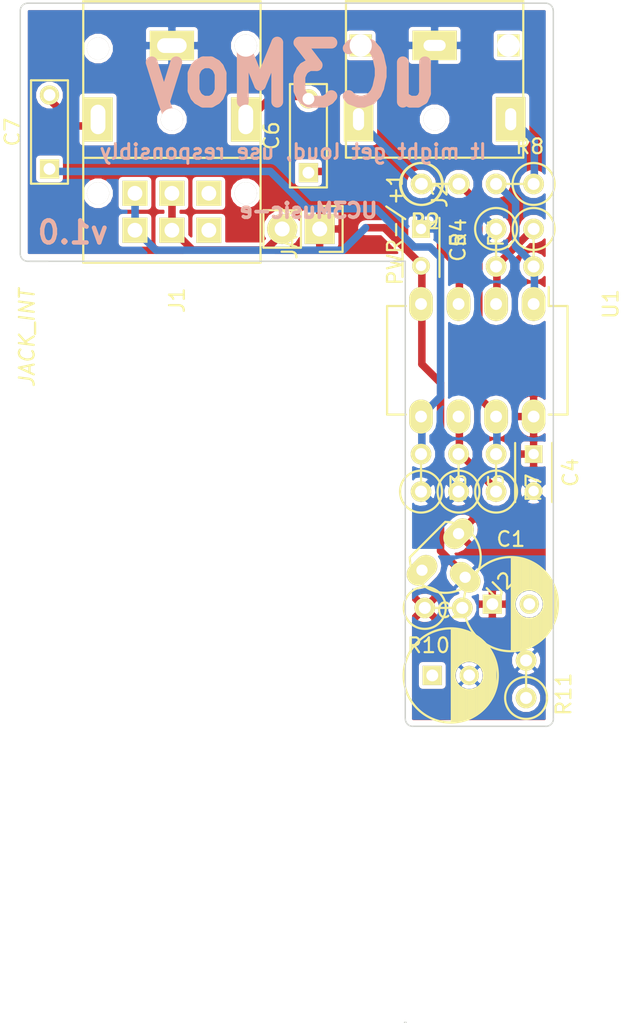
<source format=kicad_pcb>
(kicad_pcb (version 4) (host pcbnew "(after 2015-may-01 BZR unknown)-product")

  (general
    (links 41)
    (no_connects 9)
    (area 208.031199 125.888099 244.211901 194.990001)
    (thickness 1.6)
    (drawings 20)
    (tracks 54)
    (zones 0)
    (modules 21)
    (nets 15)
  )

  (page A4)
  (layers
    (0 F.Cu signal)
    (31 B.Cu signal)
    (32 B.Adhes user)
    (33 F.Adhes user)
    (34 B.Paste user)
    (35 F.Paste user)
    (36 B.SilkS user)
    (37 F.SilkS user)
    (38 B.Mask user)
    (39 F.Mask user)
    (40 Dwgs.User user)
    (41 Cmts.User user)
    (42 Eco1.User user)
    (43 Eco2.User user)
    (44 Edge.Cuts user)
  )

  (setup
    (last_trace_width 0.254)
    (user_trace_width 0.508)
    (trace_clearance 0.254)
    (zone_clearance 0.254)
    (zone_45_only no)
    (trace_min 0.254)
    (segment_width 0.16)
    (edge_width 0.1)
    (via_size 0.889)
    (via_drill 0.635)
    (via_min_size 0.889)
    (via_min_drill 0.508)
    (uvia_size 0.508)
    (uvia_drill 0.127)
    (uvias_allowed no)
    (uvia_min_size 0.508)
    (uvia_min_drill 0.127)
    (pcb_text_width 0.3)
    (pcb_text_size 0.5 0.5)
    (mod_edge_width 0.15)
    (mod_text_size 1 1)
    (mod_text_width 0.15)
    (pad_size 1.397 1.397)
    (pad_drill 0.8128)
    (pad_to_mask_clearance 0)
    (aux_axis_origin 240.34242 143.68272)
    (visible_elements 7FFE7FFF)
    (pcbplotparams
      (layerselection 0x00030_80000001)
      (usegerberextensions true)
      (excludeedgelayer false)
      (linewidth 0.160000)
      (plotframeref false)
      (viasonmask false)
      (mode 1)
      (useauxorigin true)
      (hpglpennumber 1)
      (hpglpenspeed 20)
      (hpglpendiameter 15)
      (hpglpenoverlay 2)
      (psnegative false)
      (psa4output false)
      (plotreference false)
      (plotvalue false)
      (plotinvisibletext false)
      (padsonsilk true)
      (subtractmaskfromsilk false)
      (outputformat 1)
      (mirror false)
      (drillshape 0)
      (scaleselection 1)
      (outputdirectory /home/jorfru/uC3Moy/gerber/))
  )

  (net 0 "")
  (net 1 +6V)
  (net 2 -6V)
  (net 3 GND)
  (net 4 "Net-(C6-Pad1)")
  (net 5 "Net-(C6-Pad2)")
  (net 6 "Net-(C7-Pad1)")
  (net 7 "Net-(C7-Pad2)")
  (net 8 "Net-(J1-Pad1)")
  (net 9 "Net-(J2-Pad3)")
  (net 10 "Net-(J2-Pad4)")
  (net 11 "Net-(R4-Pad2)")
  (net 12 "Net-(R5-Pad2)")
  (net 13 "Net-(R6-Pad2)")
  (net 14 "Net-(R7-Pad2)")

  (net_class Default "This is the default net class."
    (clearance 0.254)
    (trace_width 0.254)
    (via_dia 0.889)
    (via_drill 0.635)
    (uvia_dia 0.508)
    (uvia_drill 0.127)
    (add_net +6V)
    (add_net -6V)
    (add_net GND)
    (add_net "Net-(C6-Pad1)")
    (add_net "Net-(C6-Pad2)")
    (add_net "Net-(C7-Pad1)")
    (add_net "Net-(C7-Pad2)")
    (add_net "Net-(J1-Pad1)")
    (add_net "Net-(J2-Pad3)")
    (add_net "Net-(J2-Pad4)")
    (add_net "Net-(R4-Pad2)")
    (add_net "Net-(R5-Pad2)")
    (add_net "Net-(R6-Pad2)")
    (add_net "Net-(R7-Pad2)")
  )

  (module Capacitors_ThroughHole:C_Radial_D6.3_L11.2_P2.5 (layer F.Cu) (tedit 0) (tstamp 563A749C)
    (at 240.03 166.624)
    (descr "Radial Electrolytic Capacitor, Diameter 6.3mm x Length 11.2mm, Pitch 2.5mm")
    (tags "Electrolytic Capacitor")
    (path /563A72BA)
    (fp_text reference C1 (at 1.25 -4.4) (layer F.SilkS)
      (effects (font (size 1 1) (thickness 0.15)))
    )
    (fp_text value CAPAPOL (at 1.25 4.4) (layer F.Fab)
      (effects (font (size 1 1) (thickness 0.15)))
    )
    (fp_line (start 1.325 -3.149) (end 1.325 3.149) (layer F.SilkS) (width 0.15))
    (fp_line (start 1.465 -3.143) (end 1.465 3.143) (layer F.SilkS) (width 0.15))
    (fp_line (start 1.605 -3.13) (end 1.605 -0.446) (layer F.SilkS) (width 0.15))
    (fp_line (start 1.605 0.446) (end 1.605 3.13) (layer F.SilkS) (width 0.15))
    (fp_line (start 1.745 -3.111) (end 1.745 -0.656) (layer F.SilkS) (width 0.15))
    (fp_line (start 1.745 0.656) (end 1.745 3.111) (layer F.SilkS) (width 0.15))
    (fp_line (start 1.885 -3.085) (end 1.885 -0.789) (layer F.SilkS) (width 0.15))
    (fp_line (start 1.885 0.789) (end 1.885 3.085) (layer F.SilkS) (width 0.15))
    (fp_line (start 2.025 -3.053) (end 2.025 -0.88) (layer F.SilkS) (width 0.15))
    (fp_line (start 2.025 0.88) (end 2.025 3.053) (layer F.SilkS) (width 0.15))
    (fp_line (start 2.165 -3.014) (end 2.165 -0.942) (layer F.SilkS) (width 0.15))
    (fp_line (start 2.165 0.942) (end 2.165 3.014) (layer F.SilkS) (width 0.15))
    (fp_line (start 2.305 -2.968) (end 2.305 -0.981) (layer F.SilkS) (width 0.15))
    (fp_line (start 2.305 0.981) (end 2.305 2.968) (layer F.SilkS) (width 0.15))
    (fp_line (start 2.445 -2.915) (end 2.445 -0.998) (layer F.SilkS) (width 0.15))
    (fp_line (start 2.445 0.998) (end 2.445 2.915) (layer F.SilkS) (width 0.15))
    (fp_line (start 2.585 -2.853) (end 2.585 -0.996) (layer F.SilkS) (width 0.15))
    (fp_line (start 2.585 0.996) (end 2.585 2.853) (layer F.SilkS) (width 0.15))
    (fp_line (start 2.725 -2.783) (end 2.725 -0.974) (layer F.SilkS) (width 0.15))
    (fp_line (start 2.725 0.974) (end 2.725 2.783) (layer F.SilkS) (width 0.15))
    (fp_line (start 2.865 -2.704) (end 2.865 -0.931) (layer F.SilkS) (width 0.15))
    (fp_line (start 2.865 0.931) (end 2.865 2.704) (layer F.SilkS) (width 0.15))
    (fp_line (start 3.005 -2.616) (end 3.005 -0.863) (layer F.SilkS) (width 0.15))
    (fp_line (start 3.005 0.863) (end 3.005 2.616) (layer F.SilkS) (width 0.15))
    (fp_line (start 3.145 -2.516) (end 3.145 -0.764) (layer F.SilkS) (width 0.15))
    (fp_line (start 3.145 0.764) (end 3.145 2.516) (layer F.SilkS) (width 0.15))
    (fp_line (start 3.285 -2.404) (end 3.285 -0.619) (layer F.SilkS) (width 0.15))
    (fp_line (start 3.285 0.619) (end 3.285 2.404) (layer F.SilkS) (width 0.15))
    (fp_line (start 3.425 -2.279) (end 3.425 -0.38) (layer F.SilkS) (width 0.15))
    (fp_line (start 3.425 0.38) (end 3.425 2.279) (layer F.SilkS) (width 0.15))
    (fp_line (start 3.565 -2.136) (end 3.565 2.136) (layer F.SilkS) (width 0.15))
    (fp_line (start 3.705 -1.974) (end 3.705 1.974) (layer F.SilkS) (width 0.15))
    (fp_line (start 3.845 -1.786) (end 3.845 1.786) (layer F.SilkS) (width 0.15))
    (fp_line (start 3.985 -1.563) (end 3.985 1.563) (layer F.SilkS) (width 0.15))
    (fp_line (start 4.125 -1.287) (end 4.125 1.287) (layer F.SilkS) (width 0.15))
    (fp_line (start 4.265 -0.912) (end 4.265 0.912) (layer F.SilkS) (width 0.15))
    (fp_circle (center 2.5 0) (end 2.5 -1) (layer F.SilkS) (width 0.15))
    (fp_circle (center 1.25 0) (end 1.25 -3.1875) (layer F.SilkS) (width 0.15))
    (fp_circle (center 1.25 0) (end 1.25 -3.4) (layer F.CrtYd) (width 0.05))
    (pad 2 thru_hole circle (at 2.5 0) (size 1.3 1.3) (drill 0.8) (layers *.Cu *.Mask F.SilkS)
      (net 3 GND))
    (pad 1 thru_hole rect (at 0 0) (size 1.3 1.3) (drill 0.8) (layers *.Cu *.Mask F.SilkS)
      (net 1 +6V))
    (model Capacitors_ThroughHole.3dshapes/C_Radial_D6.3_L11.2_P2.5.wrl
      (at (xyz 0 0 0))
      (scale (xyz 1 1 1))
      (rotate (xyz 0 0 0))
    )
  )

  (module Capacitors_ThroughHole:C_Radial_D6.3_L11.2_P2.5 (layer F.Cu) (tedit 0) (tstamp 563A74A1)
    (at 235.966 171.45)
    (descr "Radial Electrolytic Capacitor, Diameter 6.3mm x Length 11.2mm, Pitch 2.5mm")
    (tags "Electrolytic Capacitor")
    (path /563A7356)
    (fp_text reference C2 (at 1.25 -4.4) (layer F.SilkS)
      (effects (font (size 1 1) (thickness 0.15)))
    )
    (fp_text value CAPAPOL (at 1.25 4.4) (layer F.Fab)
      (effects (font (size 1 1) (thickness 0.15)))
    )
    (fp_line (start 1.325 -3.149) (end 1.325 3.149) (layer F.SilkS) (width 0.15))
    (fp_line (start 1.465 -3.143) (end 1.465 3.143) (layer F.SilkS) (width 0.15))
    (fp_line (start 1.605 -3.13) (end 1.605 -0.446) (layer F.SilkS) (width 0.15))
    (fp_line (start 1.605 0.446) (end 1.605 3.13) (layer F.SilkS) (width 0.15))
    (fp_line (start 1.745 -3.111) (end 1.745 -0.656) (layer F.SilkS) (width 0.15))
    (fp_line (start 1.745 0.656) (end 1.745 3.111) (layer F.SilkS) (width 0.15))
    (fp_line (start 1.885 -3.085) (end 1.885 -0.789) (layer F.SilkS) (width 0.15))
    (fp_line (start 1.885 0.789) (end 1.885 3.085) (layer F.SilkS) (width 0.15))
    (fp_line (start 2.025 -3.053) (end 2.025 -0.88) (layer F.SilkS) (width 0.15))
    (fp_line (start 2.025 0.88) (end 2.025 3.053) (layer F.SilkS) (width 0.15))
    (fp_line (start 2.165 -3.014) (end 2.165 -0.942) (layer F.SilkS) (width 0.15))
    (fp_line (start 2.165 0.942) (end 2.165 3.014) (layer F.SilkS) (width 0.15))
    (fp_line (start 2.305 -2.968) (end 2.305 -0.981) (layer F.SilkS) (width 0.15))
    (fp_line (start 2.305 0.981) (end 2.305 2.968) (layer F.SilkS) (width 0.15))
    (fp_line (start 2.445 -2.915) (end 2.445 -0.998) (layer F.SilkS) (width 0.15))
    (fp_line (start 2.445 0.998) (end 2.445 2.915) (layer F.SilkS) (width 0.15))
    (fp_line (start 2.585 -2.853) (end 2.585 -0.996) (layer F.SilkS) (width 0.15))
    (fp_line (start 2.585 0.996) (end 2.585 2.853) (layer F.SilkS) (width 0.15))
    (fp_line (start 2.725 -2.783) (end 2.725 -0.974) (layer F.SilkS) (width 0.15))
    (fp_line (start 2.725 0.974) (end 2.725 2.783) (layer F.SilkS) (width 0.15))
    (fp_line (start 2.865 -2.704) (end 2.865 -0.931) (layer F.SilkS) (width 0.15))
    (fp_line (start 2.865 0.931) (end 2.865 2.704) (layer F.SilkS) (width 0.15))
    (fp_line (start 3.005 -2.616) (end 3.005 -0.863) (layer F.SilkS) (width 0.15))
    (fp_line (start 3.005 0.863) (end 3.005 2.616) (layer F.SilkS) (width 0.15))
    (fp_line (start 3.145 -2.516) (end 3.145 -0.764) (layer F.SilkS) (width 0.15))
    (fp_line (start 3.145 0.764) (end 3.145 2.516) (layer F.SilkS) (width 0.15))
    (fp_line (start 3.285 -2.404) (end 3.285 -0.619) (layer F.SilkS) (width 0.15))
    (fp_line (start 3.285 0.619) (end 3.285 2.404) (layer F.SilkS) (width 0.15))
    (fp_line (start 3.425 -2.279) (end 3.425 -0.38) (layer F.SilkS) (width 0.15))
    (fp_line (start 3.425 0.38) (end 3.425 2.279) (layer F.SilkS) (width 0.15))
    (fp_line (start 3.565 -2.136) (end 3.565 2.136) (layer F.SilkS) (width 0.15))
    (fp_line (start 3.705 -1.974) (end 3.705 1.974) (layer F.SilkS) (width 0.15))
    (fp_line (start 3.845 -1.786) (end 3.845 1.786) (layer F.SilkS) (width 0.15))
    (fp_line (start 3.985 -1.563) (end 3.985 1.563) (layer F.SilkS) (width 0.15))
    (fp_line (start 4.125 -1.287) (end 4.125 1.287) (layer F.SilkS) (width 0.15))
    (fp_line (start 4.265 -0.912) (end 4.265 0.912) (layer F.SilkS) (width 0.15))
    (fp_circle (center 2.5 0) (end 2.5 -1) (layer F.SilkS) (width 0.15))
    (fp_circle (center 1.25 0) (end 1.25 -3.1875) (layer F.SilkS) (width 0.15))
    (fp_circle (center 1.25 0) (end 1.25 -3.4) (layer F.CrtYd) (width 0.05))
    (pad 2 thru_hole circle (at 2.5 0) (size 1.3 1.3) (drill 0.8) (layers *.Cu *.Mask F.SilkS)
      (net 2 -6V))
    (pad 1 thru_hole rect (at 0 0) (size 1.3 1.3) (drill 0.8) (layers *.Cu *.Mask F.SilkS)
      (net 3 GND))
    (model Capacitors_ThroughHole.3dshapes/C_Radial_D6.3_L11.2_P2.5.wrl
      (at (xyz 0 0 0))
      (scale (xyz 1 1 1))
      (rotate (xyz 0 0 0))
    )
  )

  (module Capacitors_ThroughHole:C_Rect_L4_W2.5_P2.5 (layer F.Cu) (tedit 0) (tstamp 563A74AB)
    (at 242.824 156.464 270)
    (descr "Film Capacitor Length 4mm x Width 2.5mm, Pitch 2.5mm")
    (tags Capacitor)
    (path /54BDA82F)
    (fp_text reference C4 (at 1.25 -2.5 270) (layer F.SilkS)
      (effects (font (size 1 1) (thickness 0.15)))
    )
    (fp_text value C (at 1.25 2.5 270) (layer F.Fab)
      (effects (font (size 1 1) (thickness 0.15)))
    )
    (fp_line (start -1 -1.5) (end 3.5 -1.5) (layer F.CrtYd) (width 0.05))
    (fp_line (start 3.5 -1.5) (end 3.5 1.5) (layer F.CrtYd) (width 0.05))
    (fp_line (start 3.5 1.5) (end -1 1.5) (layer F.CrtYd) (width 0.05))
    (fp_line (start -1 1.5) (end -1 -1.5) (layer F.CrtYd) (width 0.05))
    (fp_line (start -0.75 -1.25) (end 3.25 -1.25) (layer F.SilkS) (width 0.15))
    (fp_line (start -0.75 1.25) (end 3.25 1.25) (layer F.SilkS) (width 0.15))
    (pad 1 thru_hole rect (at 0 0 270) (size 1.2 1.2) (drill 0.7) (layers *.Cu *.Mask F.SilkS)
      (net 1 +6V))
    (pad 2 thru_hole circle (at 2.5 0 270) (size 1.2 1.2) (drill 0.7) (layers *.Cu *.Mask F.SilkS)
      (net 3 GND))
  )

  (module Capacitors_ThroughHole:C_Rect_L4_W2.5_P2.5 (layer F.Cu) (tedit 0) (tstamp 563A74B1)
    (at 235.204 141.224 270)
    (descr "Film Capacitor Length 4mm x Width 2.5mm, Pitch 2.5mm")
    (tags Capacitor)
    (path /54BDA83E)
    (fp_text reference C5 (at 1.25 -2.5 270) (layer F.SilkS)
      (effects (font (size 1 1) (thickness 0.15)))
    )
    (fp_text value C (at 1.25 2.5 270) (layer F.Fab)
      (effects (font (size 1 1) (thickness 0.15)))
    )
    (fp_line (start -1 -1.5) (end 3.5 -1.5) (layer F.CrtYd) (width 0.05))
    (fp_line (start 3.5 -1.5) (end 3.5 1.5) (layer F.CrtYd) (width 0.05))
    (fp_line (start 3.5 1.5) (end -1 1.5) (layer F.CrtYd) (width 0.05))
    (fp_line (start -1 1.5) (end -1 -1.5) (layer F.CrtYd) (width 0.05))
    (fp_line (start -0.75 -1.25) (end 3.25 -1.25) (layer F.SilkS) (width 0.15))
    (fp_line (start -0.75 1.25) (end 3.25 1.25) (layer F.SilkS) (width 0.15))
    (pad 1 thru_hole rect (at 0 0 270) (size 1.2 1.2) (drill 0.7) (layers *.Cu *.Mask F.SilkS)
      (net 3 GND))
    (pad 2 thru_hole circle (at 2.5 0 270) (size 1.2 1.2) (drill 0.7) (layers *.Cu *.Mask F.SilkS)
      (net 2 -6V))
  )

  (module Capacitors_ThroughHole:C_Rect_L7_W2.5_P5 (layer F.Cu) (tedit 0) (tstamp 563A74B7)
    (at 227.584 137.414 90)
    (descr "Film Capacitor Length 7mm x Width 2.5mm, Pitch 5mm")
    (tags Capacitor)
    (path /546F8CCA)
    (fp_text reference C6 (at 2.5 -2.5 90) (layer F.SilkS)
      (effects (font (size 1 1) (thickness 0.15)))
    )
    (fp_text value "1 uF" (at 2.5 2.5 90) (layer F.Fab)
      (effects (font (size 1 1) (thickness 0.15)))
    )
    (fp_line (start -1.25 -1.5) (end 6.25 -1.5) (layer F.CrtYd) (width 0.05))
    (fp_line (start 6.25 -1.5) (end 6.25 1.5) (layer F.CrtYd) (width 0.05))
    (fp_line (start 6.25 1.5) (end -1.25 1.5) (layer F.CrtYd) (width 0.05))
    (fp_line (start -1.25 1.5) (end -1.25 -1.5) (layer F.CrtYd) (width 0.05))
    (fp_line (start -1 -1.25) (end 6 -1.25) (layer F.SilkS) (width 0.15))
    (fp_line (start 6 -1.25) (end 6 1.25) (layer F.SilkS) (width 0.15))
    (fp_line (start 6 1.25) (end -1 1.25) (layer F.SilkS) (width 0.15))
    (fp_line (start -1 1.25) (end -1 -1.25) (layer F.SilkS) (width 0.15))
    (pad 1 thru_hole rect (at 0 0 90) (size 1.3 1.3) (drill 0.8) (layers *.Cu *.Mask F.SilkS)
      (net 4 "Net-(C6-Pad1)"))
    (pad 2 thru_hole circle (at 5 0 90) (size 1.3 1.3) (drill 0.8) (layers *.Cu *.Mask F.SilkS)
      (net 5 "Net-(C6-Pad2)"))
  )

  (module Capacitors_ThroughHole:C_Rect_L7_W2.5_P5 (layer F.Cu) (tedit 0) (tstamp 563A74BD)
    (at 210.058 137.16 90)
    (descr "Film Capacitor Length 7mm x Width 2.5mm, Pitch 5mm")
    (tags Capacitor)
    (path /546FC4E9)
    (fp_text reference C7 (at 2.5 -2.5 90) (layer F.SilkS)
      (effects (font (size 1 1) (thickness 0.15)))
    )
    (fp_text value "1 uF" (at 2.5 2.5 90) (layer F.Fab)
      (effects (font (size 1 1) (thickness 0.15)))
    )
    (fp_line (start -1.25 -1.5) (end 6.25 -1.5) (layer F.CrtYd) (width 0.05))
    (fp_line (start 6.25 -1.5) (end 6.25 1.5) (layer F.CrtYd) (width 0.05))
    (fp_line (start 6.25 1.5) (end -1.25 1.5) (layer F.CrtYd) (width 0.05))
    (fp_line (start -1.25 1.5) (end -1.25 -1.5) (layer F.CrtYd) (width 0.05))
    (fp_line (start -1 -1.25) (end 6 -1.25) (layer F.SilkS) (width 0.15))
    (fp_line (start 6 -1.25) (end 6 1.25) (layer F.SilkS) (width 0.15))
    (fp_line (start 6 1.25) (end -1 1.25) (layer F.SilkS) (width 0.15))
    (fp_line (start -1 1.25) (end -1 -1.25) (layer F.SilkS) (width 0.15))
    (pad 1 thru_hole rect (at 0 0 90) (size 1.3 1.3) (drill 0.8) (layers *.Cu *.Mask F.SilkS)
      (net 6 "Net-(C7-Pad1)"))
    (pad 2 thru_hole circle (at 5 0 90) (size 1.3 1.3) (drill 0.8) (layers *.Cu *.Mask F.SilkS)
      (net 7 "Net-(C7-Pad2)"))
  )

  (module uC3Moy:jackint (layer F.Cu) (tedit 55037754) (tstamp 563A74BE)
    (at 212.344 143.51 270)
    (tags JACK)
    (path /54BC7454)
    (fp_text reference J1 (at 2.54 -6.35 270) (layer F.SilkS)
      (effects (font (size 1 1) (thickness 0.15)))
    )
    (fp_text value JACK_INT (at 5.08 3.81 270) (layer F.SilkS)
      (effects (font (size 1 1) (thickness 0.15) italic))
    )
    (fp_line (start -17.5 -12) (end -17.7 -12) (layer F.SilkS) (width 0.15))
    (fp_line (start -17.5 0) (end -17.7 0) (layer F.SilkS) (width 0.15))
    (fp_line (start -7.1 0) (end -7.1 -12) (layer F.SilkS) (width 0.15))
    (fp_line (start 0 0) (end 0 -12) (layer F.SilkS) (width 0.15))
    (fp_line (start 0 -12) (end -17.5 -12) (layer F.SilkS) (width 0.15))
    (fp_line (start -17.7 -12) (end -17.7 0) (layer F.SilkS) (width 0.15))
    (fp_line (start 0 0) (end -17 0) (layer F.SilkS) (width 0.15))
    (fp_line (start -17 0) (end -17.5 0) (layer F.SilkS) (width 0.15))
    (pad 7 thru_hole rect (at -2.2 -3.5 270) (size 1.7 1.7) (drill 1) (layers *.Cu *.Mask F.SilkS)
      (net 2 -6V))
    (pad 9 thru_hole rect (at -4.7 -3.5 270) (size 1.7 1.7) (drill 1) (layers *.Cu *.Mask F.SilkS)
      (net 2 -6V))
    (pad 1 thru_hole rect (at -2.2 -6 270) (size 1.7 1.7) (drill 1) (layers *.Cu *.Mask F.SilkS)
      (net 8 "Net-(J1-Pad1)"))
    (pad 2 thru_hole rect (at -4.7 -6 270) (size 1.7 1.7) (drill 1) (layers *.Cu *.Mask F.SilkS)
      (net 8 "Net-(J1-Pad1)"))
    (pad 8 thru_hole rect (at -4.7 -8.5 270) (size 1.7 1.7) (drill 1) (layers *.Cu *.Mask F.SilkS))
    (pad 6 thru_hole rect (at -2.2 -8.5 270) (size 1.7 1.7) (drill 1) (layers *.Cu *.Mask F.SilkS))
    (pad 3 thru_hole rect (at -9.7 -1 270) (size 3 2) (drill oval 2 1) (layers *.Cu *.Mask F.SilkS)
      (net 7 "Net-(C7-Pad2)"))
    (pad 4 thru_hole rect (at -9.7 -11 270) (size 3 2) (drill oval 2 1) (layers *.Cu *.Mask F.SilkS)
      (net 5 "Net-(C6-Pad2)"))
    (pad 5 thru_hole rect (at -14.7 -6 270) (size 2 3) (drill oval 1 2) (layers *.Cu *.Mask F.SilkS)
      (net 3 GND))
    (pad "" thru_hole circle (at -9.7 -6 270) (size 1.5 1.5) (drill 1.5) (layers *.Cu *.Mask F.SilkS))
    (pad "" thru_hole circle (at -14.7 -11 270) (size 1.5 1.5) (drill 1.5) (layers *.Cu *.Mask F.SilkS))
    (pad "" thru_hole circle (at -14.5 -1 270) (size 1.5 1.5) (drill 1.5) (layers *.Cu *.Mask F.SilkS))
    (pad "" thru_hole circle (at -4.7 -1 270) (size 1.5 1.5) (drill 1.5) (layers *.Cu *.Mask F.SilkS))
    (pad "" thru_hole circle (at -4.7 -11 270) (size 1.5 1.5) (drill 1.5) (layers *.Cu *.Mask F.SilkS))
  )

  (module uC3Moy:jack (layer F.Cu) (tedit 55037727) (tstamp 563A74CF)
    (at 230.124 136.398 270)
    (path /54BC6567)
    (fp_text reference J2 (at 2.54 -6.35 270) (layer F.SilkS)
      (effects (font (size 1 1) (thickness 0.15)))
    )
    (fp_text value JACK (at 5.08 3.81 270) (layer F.SilkS)
      (effects (font (size 1 1) (thickness 0.15)))
    )
    (fp_line (start -10.4 -12) (end -10.6 -12) (layer F.SilkS) (width 0.15))
    (fp_line (start -10.4 0) (end -10.6 0) (layer F.SilkS) (width 0.15))
    (fp_line (start -10.4 -12) (end 0 -12) (layer F.SilkS) (width 0.15))
    (fp_line (start 0 0) (end -10.4 0) (layer F.SilkS) (width 0.15))
    (fp_line (start 0 0) (end 0 -12) (layer F.SilkS) (width 0.15))
    (fp_line (start -10.6 -12) (end -10.6 0) (layer F.SilkS) (width 0.15))
    (pad 3 thru_hole rect (at -2.6 -0.85 270) (size 3 2) (drill oval 1.5 0.75) (layers *.Cu *.Mask F.SilkS)
      (net 9 "Net-(J2-Pad3)"))
    (pad 4 thru_hole rect (at -2.6 -11.15 270) (size 3 2) (drill oval 1.5 0.75) (layers *.Cu *.Mask F.SilkS)
      (net 10 "Net-(J2-Pad4)"))
    (pad 5 thru_hole rect (at -7.6 -6 270) (size 2 3) (drill oval 0.75 1.5) (layers *.Cu *.Mask F.SilkS)
      (net 3 GND))
    (pad "" thru_hole rect (at -7.6 -11 270) (size 1.5 1.5) (drill 1.5) (layers *.Cu *.Mask F.SilkS))
    (pad "" thru_hole rect (at -7.6 -1 270) (size 1.5 1.5) (drill 1.5) (layers *.Cu *.Mask F.SilkS))
    (pad "" thru_hole circle (at -2.6 -6 270) (size 1.5 1.5) (drill 1.5) (layers *.Cu *.Mask F.SilkS))
  )

  (module Pin_Headers:Pin_Header_Straight_1x02 (layer F.Cu) (tedit 54EA090C) (tstamp 563A74DD)
    (at 228.346 141.224 270)
    (descr "Through hole pin header")
    (tags "pin header")
    (path /54BB0C76)
    (fp_text reference PWR-/+1 (at 0 -5.1 270) (layer F.SilkS)
      (effects (font (size 1 1) (thickness 0.15)))
    )
    (fp_text value CONN_2 (at 0 -3.1 270) (layer F.Fab)
      (effects (font (size 1 1) (thickness 0.15)))
    )
    (fp_line (start 1.27 1.27) (end 1.27 3.81) (layer F.SilkS) (width 0.15))
    (fp_line (start 1.55 -1.55) (end 1.55 0) (layer F.SilkS) (width 0.15))
    (fp_line (start -1.75 -1.75) (end -1.75 4.3) (layer F.CrtYd) (width 0.05))
    (fp_line (start 1.75 -1.75) (end 1.75 4.3) (layer F.CrtYd) (width 0.05))
    (fp_line (start -1.75 -1.75) (end 1.75 -1.75) (layer F.CrtYd) (width 0.05))
    (fp_line (start -1.75 4.3) (end 1.75 4.3) (layer F.CrtYd) (width 0.05))
    (fp_line (start 1.27 1.27) (end -1.27 1.27) (layer F.SilkS) (width 0.15))
    (fp_line (start -1.55 0) (end -1.55 -1.55) (layer F.SilkS) (width 0.15))
    (fp_line (start -1.55 -1.55) (end 1.55 -1.55) (layer F.SilkS) (width 0.15))
    (fp_line (start -1.27 1.27) (end -1.27 3.81) (layer F.SilkS) (width 0.15))
    (fp_line (start -1.27 3.81) (end 1.27 3.81) (layer F.SilkS) (width 0.15))
    (pad 1 thru_hole rect (at 0 0 270) (size 2.032 2.032) (drill 1.016) (layers *.Cu *.Mask F.SilkS)
      (net 1 +6V))
    (pad 2 thru_hole oval (at 0 2.54 270) (size 2.032 2.032) (drill 1.016) (layers *.Cu *.Mask F.SilkS)
      (net 8 "Net-(J1-Pad1)"))
    (model Pin_Headers.3dshapes/Pin_Header_Straight_1x02.wrl
      (at (xyz 0 -0.05 0))
      (scale (xyz 1 1 1))
      (rotate (xyz 0 0 90))
    )
  )

  (module Discret:R1 (layer F.Cu) (tedit 0) (tstamp 563A74DE)
    (at 236.5248 138.176)
    (descr "Resistance verticale")
    (tags R)
    (path /546F8BBE)
    (fp_text reference R2 (at -1.016 2.54) (layer F.SilkS)
      (effects (font (size 1 1) (thickness 0.15)))
    )
    (fp_text value R (at -1.143 2.54) (layer F.Fab)
      (effects (font (size 1 1) (thickness 0.15)))
    )
    (fp_line (start -1.27 0) (end 1.27 0) (layer F.SilkS) (width 0.15))
    (fp_circle (center -1.27 0) (end -0.635 1.27) (layer F.SilkS) (width 0.15))
    (pad 1 thru_hole circle (at -1.27 0) (size 1.397 1.397) (drill 0.8128) (layers *.Cu *.Mask F.SilkS)
      (net 3 GND))
    (pad 2 thru_hole circle (at 1.27 0) (size 1.397 1.397) (drill 0.8128) (layers *.Cu *.Mask F.SilkS)
      (net 4 "Net-(C6-Pad1)"))
    (model Discret.3dshapes/R1.wrl
      (at (xyz 0 0 0))
      (scale (xyz 1 1 1))
      (rotate (xyz 0 0 0))
    )
  )

  (module Discret:R1 (layer F.Cu) (tedit 0) (tstamp 563A74E8)
    (at 235.204 157.734 90)
    (descr "Resistance verticale")
    (tags R)
    (path /546FC4DD)
    (fp_text reference R3 (at -1.016 2.54 90) (layer F.SilkS)
      (effects (font (size 1 1) (thickness 0.15)))
    )
    (fp_text value R (at -1.143 2.54 90) (layer F.Fab)
      (effects (font (size 1 1) (thickness 0.15)))
    )
    (fp_line (start -1.27 0) (end 1.27 0) (layer F.SilkS) (width 0.15))
    (fp_circle (center -1.27 0) (end -0.635 1.27) (layer F.SilkS) (width 0.15))
    (pad 1 thru_hole circle (at -1.27 0 90) (size 1.397 1.397) (drill 0.8128) (layers *.Cu *.Mask F.SilkS)
      (net 3 GND))
    (pad 2 thru_hole circle (at 1.27 0 90) (size 1.397 1.397) (drill 0.8128) (layers *.Cu *.Mask F.SilkS)
      (net 6 "Net-(C7-Pad1)"))
    (model Discret.3dshapes/R1.wrl
      (at (xyz 0 0 0))
      (scale (xyz 1 1 1))
      (rotate (xyz 0 0 0))
    )
  )

  (module Discret:R1 (layer F.Cu) (tedit 0) (tstamp 563A74EE)
    (at 240.284 142.494 270)
    (descr "Resistance verticale")
    (tags R)
    (path /546F8A45)
    (fp_text reference R4 (at -1.016 2.54 270) (layer F.SilkS)
      (effects (font (size 1 1) (thickness 0.15)))
    )
    (fp_text value R (at -1.143 2.54 270) (layer F.Fab)
      (effects (font (size 1 1) (thickness 0.15)))
    )
    (fp_line (start -1.27 0) (end 1.27 0) (layer F.SilkS) (width 0.15))
    (fp_circle (center -1.27 0) (end -0.635 1.27) (layer F.SilkS) (width 0.15))
    (pad 1 thru_hole circle (at -1.27 0 270) (size 1.397 1.397) (drill 0.8128) (layers *.Cu *.Mask F.SilkS)
      (net 3 GND))
    (pad 2 thru_hole circle (at 1.27 0 270) (size 1.397 1.397) (drill 0.8128) (layers *.Cu *.Mask F.SilkS)
      (net 11 "Net-(R4-Pad2)"))
    (model Discret.3dshapes/R1.wrl
      (at (xyz 0 0 0))
      (scale (xyz 1 1 1))
      (rotate (xyz 0 0 0))
    )
  )

  (module Discret:R1 (layer F.Cu) (tedit 0) (tstamp 563A74F4)
    (at 237.744 157.734 90)
    (descr "Resistance verticale")
    (tags R)
    (path /546FC4D7)
    (fp_text reference R5 (at -1.016 2.54 90) (layer F.SilkS)
      (effects (font (size 1 1) (thickness 0.15)))
    )
    (fp_text value R (at -1.143 2.54 90) (layer F.Fab)
      (effects (font (size 1 1) (thickness 0.15)))
    )
    (fp_line (start -1.27 0) (end 1.27 0) (layer F.SilkS) (width 0.15))
    (fp_circle (center -1.27 0) (end -0.635 1.27) (layer F.SilkS) (width 0.15))
    (pad 1 thru_hole circle (at -1.27 0 90) (size 1.397 1.397) (drill 0.8128) (layers *.Cu *.Mask F.SilkS)
      (net 3 GND))
    (pad 2 thru_hole circle (at 1.27 0 90) (size 1.397 1.397) (drill 0.8128) (layers *.Cu *.Mask F.SilkS)
      (net 12 "Net-(R5-Pad2)"))
    (model Discret.3dshapes/R1.wrl
      (at (xyz 0 0 0))
      (scale (xyz 1 1 1))
      (rotate (xyz 0 0 0))
    )
  )

  (module Discret:R1 (layer F.Cu) (tedit 0) (tstamp 563A74FA)
    (at 242.824 142.494 270)
    (descr "Resistance verticale")
    (tags R)
    (path /546F8BC4)
    (fp_text reference R6 (at -1.016 2.54 270) (layer F.SilkS)
      (effects (font (size 1 1) (thickness 0.15)))
    )
    (fp_text value R (at -1.143 2.54 270) (layer F.Fab)
      (effects (font (size 1 1) (thickness 0.15)))
    )
    (fp_line (start -1.27 0) (end 1.27 0) (layer F.SilkS) (width 0.15))
    (fp_circle (center -1.27 0) (end -0.635 1.27) (layer F.SilkS) (width 0.15))
    (pad 1 thru_hole circle (at -1.27 0 270) (size 1.397 1.397) (drill 0.8128) (layers *.Cu *.Mask F.SilkS)
      (net 11 "Net-(R4-Pad2)"))
    (pad 2 thru_hole circle (at 1.27 0 270) (size 1.397 1.397) (drill 0.8128) (layers *.Cu *.Mask F.SilkS)
      (net 13 "Net-(R6-Pad2)"))
    (model Discret.3dshapes/R1.wrl
      (at (xyz 0 0 0))
      (scale (xyz 1 1 1))
      (rotate (xyz 0 0 0))
    )
  )

  (module Discret:R1 (layer F.Cu) (tedit 0) (tstamp 563A7500)
    (at 240.284 157.734 90)
    (descr "Resistance verticale")
    (tags R)
    (path /546FC4E3)
    (fp_text reference R7 (at -1.016 2.54 90) (layer F.SilkS)
      (effects (font (size 1 1) (thickness 0.15)))
    )
    (fp_text value R (at -1.143 2.54 90) (layer F.Fab)
      (effects (font (size 1 1) (thickness 0.15)))
    )
    (fp_line (start -1.27 0) (end 1.27 0) (layer F.SilkS) (width 0.15))
    (fp_circle (center -1.27 0) (end -0.635 1.27) (layer F.SilkS) (width 0.15))
    (pad 1 thru_hole circle (at -1.27 0 90) (size 1.397 1.397) (drill 0.8128) (layers *.Cu *.Mask F.SilkS)
      (net 12 "Net-(R5-Pad2)"))
    (pad 2 thru_hole circle (at 1.27 0 90) (size 1.397 1.397) (drill 0.8128) (layers *.Cu *.Mask F.SilkS)
      (net 14 "Net-(R7-Pad2)"))
    (model Discret.3dshapes/R1.wrl
      (at (xyz 0 0 0))
      (scale (xyz 1 1 1))
      (rotate (xyz 0 0 0))
    )
  )

  (module Discret:R1 (layer F.Cu) (tedit 0) (tstamp 563A7506)
    (at 241.554 138.176 180)
    (descr "Resistance verticale")
    (tags R)
    (path /54C7874A)
    (fp_text reference R8 (at -1.016 2.54 180) (layer F.SilkS)
      (effects (font (size 1 1) (thickness 0.15)))
    )
    (fp_text value R (at -1.143 2.54 180) (layer F.Fab)
      (effects (font (size 1 1) (thickness 0.15)))
    )
    (fp_line (start -1.27 0) (end 1.27 0) (layer F.SilkS) (width 0.15))
    (fp_circle (center -1.27 0) (end -0.635 1.27) (layer F.SilkS) (width 0.15))
    (pad 1 thru_hole circle (at -1.27 0 180) (size 1.397 1.397) (drill 0.8128) (layers *.Cu *.Mask F.SilkS)
      (net 10 "Net-(J2-Pad4)"))
    (pad 2 thru_hole circle (at 1.27 0 180) (size 1.397 1.397) (drill 0.8128) (layers *.Cu *.Mask F.SilkS)
      (net 13 "Net-(R6-Pad2)"))
    (model Discret.3dshapes/R1.wrl
      (at (xyz 0 0 0))
      (scale (xyz 1 1 1))
      (rotate (xyz 0 0 0))
    )
  )

  (module Discret:R1 (layer F.Cu) (tedit 0) (tstamp 563A750C)
    (at 236.474 138.176)
    (descr "Resistance verticale")
    (tags R)
    (path /54C78759)
    (fp_text reference R9 (at -1.016 2.54) (layer F.SilkS)
      (effects (font (size 1 1) (thickness 0.15)))
    )
    (fp_text value R (at -1.143 2.54) (layer F.Fab)
      (effects (font (size 1 1) (thickness 0.15)))
    )
    (fp_line (start -1.27 0) (end 1.27 0) (layer F.SilkS) (width 0.15))
    (fp_circle (center -1.27 0) (end -0.635 1.27) (layer F.SilkS) (width 0.15))
    (pad 1 thru_hole circle (at -1.27 0) (size 1.397 1.397) (drill 0.8128) (layers *.Cu *.Mask F.SilkS)
      (net 9 "Net-(J2-Pad3)"))
    (pad 2 thru_hole circle (at 1.27 0) (size 1.397 1.397) (drill 0.8128) (layers *.Cu *.Mask F.SilkS)
      (net 14 "Net-(R7-Pad2)"))
    (model Discret.3dshapes/R1.wrl
      (at (xyz 0 0 0))
      (scale (xyz 1 1 1))
      (rotate (xyz 0 0 0))
    )
  )

  (module Discret:R1 (layer F.Cu) (tedit 0) (tstamp 563A7512)
    (at 236.728 166.878)
    (descr "Resistance verticale")
    (tags R)
    (path /563A79B5)
    (fp_text reference R10 (at -1.016 2.54) (layer F.SilkS)
      (effects (font (size 1 1) (thickness 0.15)))
    )
    (fp_text value R (at -1.143 2.54) (layer F.Fab)
      (effects (font (size 1 1) (thickness 0.15)))
    )
    (fp_line (start -1.27 0) (end 1.27 0) (layer F.SilkS) (width 0.15))
    (fp_circle (center -1.27 0) (end -0.635 1.27) (layer F.SilkS) (width 0.15))
    (pad 1 thru_hole circle (at -1.27 0) (size 1.397 1.397) (drill 0.8128) (layers *.Cu *.Mask F.SilkS)
      (net 1 +6V))
    (pad 2 thru_hole circle (at 1.27 0) (size 1.397 1.397) (drill 0.8128) (layers *.Cu *.Mask F.SilkS)
      (net 3 GND))
    (model Discret.3dshapes/R1.wrl
      (at (xyz 0 0 0))
      (scale (xyz 1 1 1))
      (rotate (xyz 0 0 0))
    )
  )

  (module Discret:R1 (layer F.Cu) (tedit 0) (tstamp 563A7518)
    (at 242.316 171.704 90)
    (descr "Resistance verticale")
    (tags R)
    (path /563A78A9)
    (fp_text reference R11 (at -1.016 2.54 90) (layer F.SilkS)
      (effects (font (size 1 1) (thickness 0.15)))
    )
    (fp_text value R (at -1.143 2.54 90) (layer F.Fab)
      (effects (font (size 1 1) (thickness 0.15)))
    )
    (fp_line (start -1.27 0) (end 1.27 0) (layer F.SilkS) (width 0.15))
    (fp_circle (center -1.27 0) (end -0.635 1.27) (layer F.SilkS) (width 0.15))
    (pad 1 thru_hole circle (at -1.27 0 90) (size 1.397 1.397) (drill 0.8128) (layers *.Cu *.Mask F.SilkS)
      (net 3 GND))
    (pad 2 thru_hole circle (at 1.27 0 90) (size 1.397 1.397) (drill 0.8128) (layers *.Cu *.Mask F.SilkS)
      (net 2 -6V))
    (model Discret.3dshapes/R1.wrl
      (at (xyz 0 0 0))
      (scale (xyz 1 1 1))
      (rotate (xyz 0 0 0))
    )
  )

  (module Housings_DIP:DIP-8_W7.62mm_LongPads (layer F.Cu) (tedit 54130A77) (tstamp 563A7519)
    (at 242.824 146.304 270)
    (descr "8-lead dip package, row spacing 7.62 mm (300 mils), longer pads")
    (tags "dil dip 2.54 300")
    (path /546F88F0)
    (fp_text reference U1 (at 0 -5.22 270) (layer F.SilkS)
      (effects (font (size 1 1) (thickness 0.15)))
    )
    (fp_text value OPA2132 (at 0 -3.72 270) (layer F.Fab)
      (effects (font (size 1 1) (thickness 0.15)))
    )
    (fp_line (start -1.4 -2.45) (end -1.4 10.1) (layer F.CrtYd) (width 0.05))
    (fp_line (start 9 -2.45) (end 9 10.1) (layer F.CrtYd) (width 0.05))
    (fp_line (start -1.4 -2.45) (end 9 -2.45) (layer F.CrtYd) (width 0.05))
    (fp_line (start -1.4 10.1) (end 9 10.1) (layer F.CrtYd) (width 0.05))
    (fp_line (start 0.135 -2.295) (end 0.135 -1.025) (layer F.SilkS) (width 0.15))
    (fp_line (start 7.485 -2.295) (end 7.485 -1.025) (layer F.SilkS) (width 0.15))
    (fp_line (start 7.485 9.915) (end 7.485 8.645) (layer F.SilkS) (width 0.15))
    (fp_line (start 0.135 9.915) (end 0.135 8.645) (layer F.SilkS) (width 0.15))
    (fp_line (start 0.135 -2.295) (end 7.485 -2.295) (layer F.SilkS) (width 0.15))
    (fp_line (start 0.135 9.915) (end 7.485 9.915) (layer F.SilkS) (width 0.15))
    (fp_line (start 0.135 -1.025) (end -1.15 -1.025) (layer F.SilkS) (width 0.15))
    (pad 1 thru_hole oval (at 0 0 270) (size 2.3 1.6) (drill 0.8) (layers *.Cu *.Mask F.SilkS)
      (net 13 "Net-(R6-Pad2)"))
    (pad 2 thru_hole oval (at 0 2.54 270) (size 2.3 1.6) (drill 0.8) (layers *.Cu *.Mask F.SilkS)
      (net 11 "Net-(R4-Pad2)"))
    (pad 3 thru_hole oval (at 0 5.08 270) (size 2.3 1.6) (drill 0.8) (layers *.Cu *.Mask F.SilkS)
      (net 4 "Net-(C6-Pad1)"))
    (pad 4 thru_hole oval (at 0 7.62 270) (size 2.3 1.6) (drill 0.8) (layers *.Cu *.Mask F.SilkS)
      (net 2 -6V))
    (pad 5 thru_hole oval (at 7.62 7.62 270) (size 2.3 1.6) (drill 0.8) (layers *.Cu *.Mask F.SilkS)
      (net 6 "Net-(C7-Pad1)"))
    (pad 6 thru_hole oval (at 7.62 5.08 270) (size 2.3 1.6) (drill 0.8) (layers *.Cu *.Mask F.SilkS)
      (net 12 "Net-(R5-Pad2)"))
    (pad 7 thru_hole oval (at 7.62 2.54 270) (size 2.3 1.6) (drill 0.8) (layers *.Cu *.Mask F.SilkS)
      (net 14 "Net-(R7-Pad2)"))
    (pad 8 thru_hole oval (at 7.62 0 270) (size 2.3 1.6) (drill 0.8) (layers *.Cu *.Mask F.SilkS)
      (net 1 +6V))
    (model Housings_DIP.3dshapes/DIP-8_W7.62mm_LongPads.wrl
      (at (xyz 0 0 0))
      (scale (xyz 1 1 1))
      (rotate (xyz 0 0 0))
    )
  )

  (module uC3Moy:TO-92_JorFru_compact (layer F.Cu) (tedit 55EF2FB5) (tstamp 563A7524)
    (at 237.744 162.56 225)
    (descr "TO-92 leads molded, narrow, oval pads, drill 0.8mm (see NXP sot054_po.pdf)")
    (tags "to-92 sc-43 sc-43a sot54 PA33 transistor")
    (path /54C5438B)
    (fp_text reference U2 (at 0 -4 225) (layer F.SilkS)
      (effects (font (size 1 1) (thickness 0.15)))
    )
    (fp_text value TLE2426 (at 0 3 405) (layer F.Fab)
      (effects (font (size 1 1) (thickness 0.15)))
    )
    (fp_line (start -1.4 1.95) (end -1.4 -2.65) (layer F.CrtYd) (width 0.05))
    (fp_line (start -1.4 1.95) (end 3.95 1.95) (layer F.CrtYd) (width 0.05))
    (fp_line (start -0.43 1.7) (end 2.97 1.7) (layer F.SilkS) (width 0.15))
    (fp_arc (start 1.27 0) (end 1.27 -2.4) (angle -135) (layer F.SilkS) (width 0.15))
    (fp_arc (start 1.27 0) (end 1.27 -2.4) (angle 135) (layer F.SilkS) (width 0.15))
    (fp_line (start -1.4 -2.65) (end 3.95 -2.65) (layer F.CrtYd) (width 0.05))
    (fp_line (start 3.95 1.95) (end 3.95 -2.65) (layer F.CrtYd) (width 0.05))
    (pad 2 thru_hole oval (at 1.27 -1.905 315) (size 2.3 1.524) (drill 0.762) (layers *.Cu *.Mask F.SilkS)
      (net 2 -6V))
    (pad 1 thru_hole oval (at -0.5 0.5 225) (size 2.3 1.524) (drill 0.762) (layers *.Cu *.Mask F.SilkS)
      (net 1 +6V))
    (pad 3 thru_hole oval (at 3 0.5 225) (size 2.3 1.524) (drill 0.762) (layers *.Cu *.Mask F.SilkS)
      (net 3 GND))
    (model Housings_TO-92.3dshapes/TO-92_Molded_Narrow_Oval.wrl
      (at (xyz 0.05 0 0))
      (scale (xyz 1 1 1))
      (rotate (xyz 0 0 -90))
    )
  )

  (gr_text v1.0 (at 211.64042 141.46022) (layer B.SilkS)
    (effects (font (size 1.5 1.5) (thickness 0.3)) (justify mirror))
  )
  (gr_line (start 244.1575 174.3837) (end 244.1575 126.4666) (angle 90) (layer Edge.Cuts) (width 0.1))
  (gr_line (start 234.6579 174.8917) (end 243.6495 174.8917) (angle 90) (layer Edge.Cuts) (width 0.1))
  (gr_line (start 234.1372 143.4084) (end 233.6419 143.4084) (angle 90) (layer Edge.Cuts) (width 0.1))
  (gr_line (start 234.1372 144.5895) (end 234.1372 143.4084) (angle 90) (layer Edge.Cuts) (width 0.1))
  (gr_line (start 234.1372 174.3837) (end 234.1372 144.5895) (angle 90) (layer Edge.Cuts) (width 0.1))
  (gr_line (start 208.0812 126.4461) (end 208.0812 142.9053) (angle 90) (layer Edge.Cuts) (width 0.1))
  (gr_line (start 208.5892 125.9381) (end 243.6412 125.9381) (angle 90) (layer Edge.Cuts) (width 0.1))
  (gr_arc (start 208.5892 126.4461) (end 208.0812 126.4461) (angle 90) (layer Edge.Cuts) (width 0.1))
  (gr_line (start 208.7416 143.4133) (end 208.5892 143.4133) (angle 90) (layer Edge.Cuts) (width 0.1))
  (gr_arc (start 208.5892 142.9053) (end 208.5892 143.4133) (angle 90) (layer Edge.Cuts) (width 0.1))
  (gr_line (start 208.7416 143.4133) (end 209.9608 143.4133) (angle 90) (layer Edge.Cuts) (width 0.1))
  (gr_line (start 233.6336 143.4133) (end 208.7416 143.4133) (angle 90) (layer Edge.Cuts) (width 0.1))
  (gr_arc (start 234.6496 174.3886) (end 234.6496 174.8966) (angle 90) (layer Edge.Cuts) (width 0.1))
  (gr_arc (start 243.6539 174.3886) (end 244.1619 174.3886) (angle 90) (layer Edge.Cuts) (width 0.1))
  (gr_arc (start 243.6412 126.4461) (end 243.6412 125.9381) (angle 90) (layer Edge.Cuts) (width 0.1))
  (gr_text "It might get loud, use responsibly" (at 226.5426 135.9916) (layer B.SilkS)
    (effects (font (size 1 1) (thickness 0.2)) (justify mirror))
  )
  (gr_text uC3Moy (at 226.3902 130.79984) (layer B.SilkS)
    (effects (font (size 4 3.5) (thickness 0.8)) (justify mirror))
  )
  (gr_text UC3Music-e (at 227.584 139.9794) (layer B.SilkS)
    (effects (font (size 1 1) (thickness 0.25)) (justify mirror))
  )
  (gr_line (start 234.19 194.94) (end 234.09 194.94) (angle 90) (layer Edge.Cuts) (width 0.1))

  (segment (start 235.26 150.37828) (end 235.26 146.22) (width 0.508) (layer F.Cu) (net 2) (tstamp 54C547C7))
  (segment (start 236.5248 160.4264) (end 236.5248 163.0172) (width 0.508) (layer F.Cu) (net 2))
  (segment (start 236.5248 163.0172) (end 237.8456 164.338) (width 0.508) (layer F.Cu) (net 2) (tstamp 54C54714))
  (segment (start 236.5248 160.4264) (end 236.5248 151.64308) (width 0.508) (layer F.Cu) (net 2) (tstamp 54C5466E))
  (segment (start 236.5248 151.64308) (end 235.26 150.37828) (width 0.508) (layer F.Cu) (net 2))
  (segment (start 232.72 141.14) (end 231.45 141.14) (width 0.508) (layer F.Cu) (net 2) (tstamp 54C78857))
  (segment (start 235.26 143.68) (end 232.72 141.14) (width 0.508) (layer F.Cu) (net 2))
  (segment (start 235.26 146.22) (end 235.26 143.68) (width 0.508) (layer F.Cu) (net 2))
  (segment (start 229.926 142.664) (end 231.45 141.14) (width 0.508) (layer B.Cu) (net 2) (tstamp 54C0E7B1))
  (segment (start 217.264 142.664) (end 229.926 142.664) (width 0.508) (layer B.Cu) (net 2) (tstamp 54C0E7AF))
  (segment (start 215.85 141.25) (end 217.264 142.664) (width 0.508) (layer B.Cu) (net 2) (tstamp 54C0E7AE))
  (segment (start 215.85 138.75) (end 215.85 141.25) (width 0.508) (layer B.Cu) (net 2))
  (segment (start 237.8 143.68) (end 237.8 146.22) (width 0.508) (layer F.Cu) (net 4) (tstamp 54C0E773))
  (segment (start 237.66 143.68) (end 236.5248 142.5448) (width 0.508) (layer F.Cu) (net 4) (tstamp 54C7896B))
  (segment (start 236.5248 142.5448) (end 236.5248 140.3604) (width 0.508) (layer F.Cu) (net 4) (tstamp 54C7896D))
  (segment (start 236.5248 140.3604) (end 235.7628 139.5984) (width 0.508) (layer F.Cu) (net 4) (tstamp 54C78972))
  (segment (start 235.7628 139.5984) (end 234.3912 139.5984) (width 0.508) (layer F.Cu) (net 4) (tstamp 54C78976))
  (segment (start 234.3912 139.5984) (end 232.1228 137.33) (width 0.508) (layer F.Cu) (net 4) (tstamp 54C7897B))
  (segment (start 232.1228 137.33) (end 227.64 137.33) (width 0.508) (layer F.Cu) (net 4) (tstamp 54C78983))
  (segment (start 237.8 143.68) (end 237.66 143.68) (width 0.508) (layer F.Cu) (net 4))
  (segment (start 225.1 132.25) (end 227.64 132.25) (width 0.508) (layer F.Cu) (net 5) (tstamp 54C0E750))
  (segment (start 223.5 133.85) (end 225.1 132.25) (width 0.508) (layer F.Cu) (net 5) (tstamp 54C0E74F))
  (segment (start 223.5 134.25) (end 223.5 133.85) (width 0.508) (layer F.Cu) (net 5))
  (segment (start 235.26 153.84) (end 235.26 156.38) (width 0.508) (layer B.Cu) (net 6) (tstamp 54C0E77C))
  (segment (start 236.5248 152.5752) (end 236.5248 143.1544) (width 0.508) (layer B.Cu) (net 6) (tstamp 54C788A4))
  (segment (start 236.5248 143.1544) (end 235.8136 142.4432) (width 0.508) (layer B.Cu) (net 6) (tstamp 54C788AC))
  (segment (start 235.8136 142.4432) (end 234.7468 142.4432) (width 0.508) (layer B.Cu) (net 6) (tstamp 54C788AF))
  (segment (start 234.7468 142.4432) (end 232.156 139.8524) (width 0.508) (layer B.Cu) (net 6) (tstamp 54C788C0))
  (segment (start 232.156 139.8524) (end 227.5332 139.8524) (width 0.508) (layer B.Cu) (net 6) (tstamp 54C788C9))
  (segment (start 227.5332 139.8524) (end 225.0108 137.33) (width 0.508) (layer B.Cu) (net 6) (tstamp 54C788D7))
  (segment (start 225.0108 137.33) (end 209.86 137.33) (width 0.508) (layer B.Cu) (net 6) (tstamp 54C788E2))
  (segment (start 235.26 153.84) (end 236.5248 152.5752) (width 0.508) (layer B.Cu) (net 6))
  (segment (start 211.86 134.25) (end 209.86 132.25) (width 0.508) (layer F.Cu) (net 7) (tstamp 54C0E753))
  (segment (start 213.2 134.25) (end 211.86 134.25) (width 0.508) (layer F.Cu) (net 7))
  (segment (start 218.35 141.25) (end 218.35 138.75) (width 0.508) (layer F.Cu) (net 8) (tstamp 54C0E7A9))
  (segment (start 219.7464 142.6464) (end 224.6884 142.6464) (width 0.508) (layer F.Cu) (net 8) (tstamp 54C66D53))
  (segment (start 224.6884 142.6464) (end 225.9584 141.3764) (width 0.508) (layer F.Cu) (net 8) (tstamp 54C66D67))
  (segment (start 218.35 141.25) (end 219.7464 142.6464) (width 0.508) (layer F.Cu) (net 8))
  (segment (start 231.05 133.9712) (end 231.05 133.75) (width 0.508) (layer B.Cu) (net 9) (tstamp 54C78ABE))
  (segment (start 235.2548 138.176) (end 231.05 133.9712) (width 0.508) (layer B.Cu) (net 9))
  (segment (start 242.8748 135.2748) (end 241.35 133.75) (width 0.508) (layer B.Cu) (net 10) (tstamp 54C787D1))
  (segment (start 242.8748 138.176) (end 242.8748 135.2748) (width 0.508) (layer B.Cu) (net 10))
  (segment (start 240.34 143.68) (end 240.34 146.22) (width 0.508) (layer F.Cu) (net 11) (tstamp 54C0E741))
  (segment (start 240.34 143.68) (end 242.88 141.14) (width 0.508) (layer F.Cu) (net 11))
  (segment (start 237.8 156.38) (end 237.8 153.84) (width 0.508) (layer F.Cu) (net 12) (tstamp 54C0F742))
  (segment (start 240.34 158.92) (end 237.8 156.38) (width 0.508) (layer F.Cu) (net 12))
  (segment (start 242.88 143.68) (end 242.88 146.22) (width 0.508) (layer B.Cu) (net 13) (tstamp 54C0F731))
  (segment (start 241.6048 142.4048) (end 241.6048 139.446) (width 0.508) (layer B.Cu) (net 13) (tstamp 54C787C2))
  (segment (start 241.6048 139.446) (end 240.3348 138.176) (width 0.508) (layer B.Cu) (net 13) (tstamp 54C787CC))
  (segment (start 242.88 143.68) (end 241.6048 142.4048) (width 0.508) (layer B.Cu) (net 13))
  (segment (start 239.1156 139.4968) (end 239.1156 152.6156) (width 0.508) (layer F.Cu) (net 14) (tstamp 54C78B48))
  (segment (start 237.7948 138.176) (end 239.1156 139.4968) (width 0.508) (layer F.Cu) (net 14))
  (segment (start 240.34 153.84) (end 240.34 156.38) (width 0.508) (layer B.Cu) (net 14))
  (segment (start 239.1156 152.6156) (end 240.34 153.84) (width 0.508) (layer F.Cu) (net 14) (tstamp 54C78B4F))

  (zone (net 3) (net_name GND) (layer B.Cu) (tstamp 54C97E9E) (hatch edge 0.508)
    (connect_pads (clearance 0.254))
    (min_thickness 0.1524)
    (fill yes (arc_segments 16) (thermal_gap 0.254) (thermal_bridge_width 0.5))
    (polygon
      (pts
        (xy 243.642 162.8824) (xy 234.598 162.8824) (xy 234.598 142.918) (xy 208.59 142.918) (xy 208.59 126.408)
        (xy 243.642 126.408)
      )
    )
    (filled_polygon
      (pts
        (xy 243.5658 162.8062) (xy 243.30091 162.8062) (xy 243.30091 159.6867) (xy 242.824 159.20979) (xy 242.57821 159.45558)
        (xy 242.57821 158.964) (xy 242.1013 158.48709) (xy 241.967545 158.556578) (xy 241.876826 158.915342) (xy 241.930305 159.281514)
        (xy 241.967545 159.371422) (xy 242.1013 159.44091) (xy 242.57821 158.964) (xy 242.57821 159.45558) (xy 242.34709 159.6867)
        (xy 242.416578 159.820455) (xy 242.775342 159.911174) (xy 243.141514 159.857695) (xy 243.231422 159.820455) (xy 243.30091 159.6867)
        (xy 243.30091 162.8062) (xy 241.4142 162.8062) (xy 241.4142 154.302999) (xy 241.4142 153.545001) (xy 241.4142 146.682999)
        (xy 241.4142 145.925001) (xy 241.328169 145.492492) (xy 241.312878 145.469607) (xy 241.312878 143.560277) (xy 241.156598 143.18205)
        (xy 240.867472 142.892419) (xy 240.833242 142.878205) (xy 240.489519 142.735479) (xy 240.080277 142.735122) (xy 239.70205 142.891402)
        (xy 239.412419 143.180528) (xy 239.255479 143.558481) (xy 239.255122 143.967723) (xy 239.411402 144.34595) (xy 239.700528 144.635581)
        (xy 240.078481 144.792521) (xy 240.487723 144.792878) (xy 240.86595 144.636598) (xy 241.155581 144.347472) (xy 241.312521 143.969519)
        (xy 241.312878 143.560277) (xy 241.312878 145.469607) (xy 241.083172 145.125829) (xy 240.716509 144.880832) (xy 240.284 144.794801)
        (xy 239.851491 144.880832) (xy 239.484828 145.125829) (xy 239.239831 145.492492) (xy 239.1538 145.925001) (xy 239.1538 146.682999)
        (xy 239.239831 147.115508) (xy 239.484828 147.482171) (xy 239.851491 147.727168) (xy 240.284 147.813199) (xy 240.716509 147.727168)
        (xy 241.083172 147.482171) (xy 241.328169 147.115508) (xy 241.4142 146.682999) (xy 241.4142 153.545001) (xy 241.328169 153.112492)
        (xy 241.083172 152.745829) (xy 240.716509 152.500832) (xy 240.284 152.414801) (xy 239.851491 152.500832) (xy 239.484828 152.745829)
        (xy 239.239831 153.112492) (xy 239.1538 153.545001) (xy 239.1538 154.302999) (xy 239.239831 154.735508) (xy 239.484828 155.102171)
        (xy 239.7558 155.283229) (xy 239.7558 155.569192) (xy 239.70205 155.591402) (xy 239.412419 155.880528) (xy 239.255479 156.258481)
        (xy 239.255122 156.667723) (xy 239.411402 157.04595) (xy 239.700528 157.335581) (xy 240.078481 157.492521) (xy 240.487723 157.492878)
        (xy 240.86595 157.336598) (xy 241.155581 157.047472) (xy 241.312521 156.669519) (xy 241.312878 156.260277) (xy 241.156598 155.88205)
        (xy 240.9242 155.649246) (xy 240.9242 155.208392) (xy 241.083172 155.102171) (xy 241.328169 154.735508) (xy 241.4142 154.302999)
        (xy 241.4142 162.8062) (xy 241.312878 162.8062) (xy 241.312878 158.800277) (xy 241.156598 158.42205) (xy 240.867472 158.132419)
        (xy 240.489519 157.975479) (xy 240.080277 157.975122) (xy 239.70205 158.131402) (xy 239.412419 158.420528) (xy 239.255479 158.798481)
        (xy 239.255122 159.207723) (xy 239.411402 159.58595) (xy 239.700528 159.875581) (xy 240.078481 160.032521) (xy 240.487723 160.032878)
        (xy 240.86595 159.876598) (xy 241.155581 159.587472) (xy 241.312521 159.209519) (xy 241.312878 158.800277) (xy 241.312878 162.8062)
        (xy 238.335296 162.8062) (xy 238.811165 162.330332) (xy 239.047925 161.975996) (xy 239.131063 161.55803) (xy 239.047925 161.140063)
        (xy 238.811165 160.785728) (xy 238.790346 160.771817) (xy 238.790346 159.076466) (xy 238.772878 158.939882) (xy 238.772878 156.260277)
        (xy 238.616598 155.88205) (xy 238.327472 155.592419) (xy 237.949519 155.435479) (xy 237.540277 155.435122) (xy 237.16205 155.591402)
        (xy 236.872419 155.880528) (xy 236.715479 156.258481) (xy 236.715122 156.667723) (xy 236.871402 157.04595) (xy 237.160528 157.335581)
        (xy 237.538481 157.492521) (xy 237.947723 157.492878) (xy 238.32595 157.336598) (xy 238.615581 157.047472) (xy 238.772521 156.669519)
        (xy 238.772878 156.260277) (xy 238.772878 158.939882) (xy 238.73843 158.670531) (xy 238.682966 158.53663) (xy 238.539032 158.454758)
        (xy 238.293242 158.700548) (xy 238.293242 158.208968) (xy 238.21137 158.065034) (xy 237.816466 157.957654) (xy 237.410531 158.00957)
        (xy 237.27663 158.065034) (xy 237.194758 158.208968) (xy 237.744 158.75821) (xy 238.293242 158.208968) (xy 238.293242 158.700548)
        (xy 237.98979 159.004) (xy 238.539032 159.553242) (xy 238.682966 159.47137) (xy 238.790346 159.076466) (xy 238.790346 160.771817)
        (xy 238.45683 160.548968) (xy 238.293242 160.516428) (xy 238.293242 159.799032) (xy 237.744 159.24979) (xy 237.49821 159.49558)
        (xy 237.49821 159.004) (xy 236.948968 158.454758) (xy 236.805034 158.53663) (xy 236.697654 158.931534) (xy 236.74957 159.337469)
        (xy 236.805034 159.47137) (xy 236.948968 159.553242) (xy 237.49821 159.004) (xy 237.49821 159.49558) (xy 237.194758 159.799032)
        (xy 237.27663 159.942966) (xy 237.671534 160.050346) (xy 238.077469 159.99843) (xy 238.21137 159.942966) (xy 238.293242 159.799032)
        (xy 238.293242 160.516428) (xy 238.038863 160.46583) (xy 237.620897 160.548968) (xy 237.266561 160.785728) (xy 236.676835 161.375454)
        (xy 236.440076 161.729789) (xy 236.356937 162.147756) (xy 236.440076 162.565723) (xy 236.600757 162.8062) (xy 236.250346 162.8062)
        (xy 236.250346 159.076466) (xy 236.19843 158.670531) (xy 236.142966 158.53663) (xy 235.999032 158.454758) (xy 235.44979 159.004)
        (xy 235.999032 159.553242) (xy 236.142966 159.47137) (xy 236.250346 159.076466) (xy 236.250346 162.8062) (xy 234.6742 162.8062)
        (xy 234.6742 159.833211) (xy 234.73663 159.942966) (xy 235.131534 160.050346) (xy 235.537469 159.99843) (xy 235.67137 159.942966)
        (xy 235.753242 159.799032) (xy 235.204 159.24979) (xy 235.189857 159.263932) (xy 234.944067 159.018142) (xy 234.95821 159.004)
        (xy 234.944067 158.989857) (xy 235.189857 158.744067) (xy 235.204 158.75821) (xy 235.753242 158.208968) (xy 235.67137 158.065034)
        (xy 235.276466 157.957654) (xy 234.870531 158.00957) (xy 234.73663 158.065034) (xy 234.6742 158.174788) (xy 234.6742 157.357867)
        (xy 234.998481 157.492521) (xy 235.407723 157.492878) (xy 235.78595 157.336598) (xy 236.075581 157.047472) (xy 236.232521 156.669519)
        (xy 236.232878 156.260277) (xy 236.076598 155.88205) (xy 235.8442 155.649246) (xy 235.8442 155.208392) (xy 236.003172 155.102171)
        (xy 236.248169 154.735508) (xy 236.3342 154.302999) (xy 236.3342 153.591984) (xy 236.671559 153.254624) (xy 236.6138 153.545001)
        (xy 236.6138 154.302999) (xy 236.699831 154.735508) (xy 236.944828 155.102171) (xy 237.311491 155.347168) (xy 237.744 155.433199)
        (xy 238.176509 155.347168) (xy 238.543172 155.102171) (xy 238.788169 154.735508) (xy 238.8742 154.302999) (xy 238.8742 153.545001)
        (xy 238.788169 153.112492) (xy 238.543172 152.745829) (xy 238.176509 152.500832) (xy 237.744 152.414801) (xy 237.311491 152.500832)
        (xy 237.095021 152.645472) (xy 237.109 152.5752) (xy 237.109 147.591867) (xy 237.311491 147.727168) (xy 237.744 147.813199)
        (xy 238.176509 147.727168) (xy 238.543172 147.482171) (xy 238.788169 147.115508) (xy 238.8742 146.682999) (xy 238.8742 145.925001)
        (xy 238.823678 145.671008) (xy 238.823678 137.972277) (xy 238.667398 137.59405) (xy 238.378272 137.304419) (xy 238.000319 137.147479)
        (xy 237.9542 137.147438) (xy 237.9542 129.863681) (xy 237.9542 129.05435) (xy 237.9542 128.54165) (xy 237.9542 127.732319)
        (xy 237.90393 127.610957) (xy 237.811043 127.51807) (xy 237.689681 127.4678) (xy 237.558319 127.4678) (xy 236.38035 127.4678)
        (xy 236.2978 127.55035) (xy 236.2978 128.6242) (xy 237.87165 128.6242) (xy 237.9542 128.54165) (xy 237.9542 129.05435)
        (xy 237.87165 128.9718) (xy 236.2978 128.9718) (xy 236.2978 130.04565) (xy 236.38035 130.1282) (xy 237.558319 130.1282)
        (xy 237.689681 130.1282) (xy 237.811043 130.07793) (xy 237.90393 129.985043) (xy 237.9542 129.863681) (xy 237.9542 137.147438)
        (xy 237.591077 137.147122) (xy 237.590969 137.147166) (xy 237.540277 137.147122) (xy 237.204387 137.285908) (xy 237.204387 133.584078)
        (xy 237.040283 133.186915) (xy 236.736683 132.882785) (xy 236.339808 132.717988) (xy 235.9502 132.717648) (xy 235.9502 130.04565)
        (xy 235.9502 128.9718) (xy 235.9502 128.6242) (xy 235.9502 127.55035) (xy 235.86765 127.4678) (xy 234.689681 127.4678)
        (xy 234.558319 127.4678) (xy 234.436957 127.51807) (xy 234.34407 127.610957) (xy 234.2938 127.732319) (xy 234.2938 128.54165)
        (xy 234.37635 128.6242) (xy 235.9502 128.6242) (xy 235.9502 128.9718) (xy 234.37635 128.9718) (xy 234.2938 129.05435)
        (xy 234.2938 129.863681) (xy 234.34407 129.985043) (xy 234.436957 130.07793) (xy 234.558319 130.1282) (xy 234.689681 130.1282)
        (xy 235.86765 130.1282) (xy 235.9502 130.04565) (xy 235.9502 132.717648) (xy 235.910078 132.717613) (xy 235.512915 132.881717)
        (xy 235.208785 133.185317) (xy 235.043988 133.582192) (xy 235.043613 134.011922) (xy 235.207717 134.409085) (xy 235.511317 134.713215)
        (xy 235.908192 134.878012) (xy 236.337922 134.878387) (xy 236.735085 134.714283) (xy 237.039215 134.410683) (xy 237.204012 134.013808)
        (xy 237.204387 133.584078) (xy 237.204387 137.285908) (xy 237.16205 137.303402) (xy 236.872419 137.592528) (xy 236.715479 137.970481)
        (xy 236.715122 138.379723) (xy 236.871402 138.75795) (xy 237.160528 139.047581) (xy 237.538481 139.204521) (xy 237.947723 139.204878)
        (xy 237.94783 139.204833) (xy 237.998523 139.204878) (xy 238.37675 139.048598) (xy 238.666381 138.759472) (xy 238.823321 138.381519)
        (xy 238.823678 137.972277) (xy 238.823678 145.671008) (xy 238.788169 145.492492) (xy 238.543172 145.125829) (xy 238.176509 144.880832)
        (xy 237.744 144.794801) (xy 237.311491 144.880832) (xy 237.109 145.016132) (xy 237.109 143.154405) (xy 237.109 143.1544)
        (xy 237.109001 143.1544) (xy 237.064531 142.930837) (xy 237.06453 142.930836) (xy 236.937892 142.741308) (xy 236.301146 142.104562)
        (xy 236.301146 138.248466) (xy 236.24923 137.842531) (xy 236.193766 137.70863) (xy 236.102488 137.656709) (xy 236.076598 137.59405)
        (xy 235.787472 137.304419) (xy 235.752158 137.289755) (xy 235.72217 137.237034) (xy 235.441201 137.160634) (xy 235.409519 137.147479)
        (xy 235.392766 137.147464) (xy 235.327266 137.129654) (xy 235.189392 137.147286) (xy 235.052151 137.147167) (xy 232.310669 134.405685)
        (xy 232.310669 132.298) (xy 232.286241 132.172096) (xy 232.21355 132.061438) (xy 232.210669 132.059493) (xy 232.210669 129.548)
        (xy 232.210669 128.048) (xy 232.186241 127.922096) (xy 232.11355 127.811438) (xy 232.003813 127.737364) (xy 231.874 127.711331)
        (xy 230.374 127.711331) (xy 230.248096 127.735759) (xy 230.137438 127.80845) (xy 230.063364 127.918187) (xy 230.037331 128.048)
        (xy 230.037331 129.548) (xy 230.061759 129.673904) (xy 230.13445 129.784562) (xy 230.244187 129.858636) (xy 230.374 129.884669)
        (xy 231.874 129.884669) (xy 231.999904 129.860241) (xy 232.110562 129.78755) (xy 232.184636 129.677813) (xy 232.210669 129.548)
        (xy 232.210669 132.059493) (xy 232.103813 131.987364) (xy 231.974 131.961331) (xy 229.974 131.961331) (xy 229.848096 131.985759)
        (xy 229.737438 132.05845) (xy 229.663364 132.168187) (xy 229.637331 132.298) (xy 229.637331 135.298) (xy 229.661759 135.423904)
        (xy 229.73445 135.534562) (xy 229.844187 135.608636) (xy 229.974 135.634669) (xy 231.887285 135.634669) (xy 234.18945 137.936834)
        (xy 234.175479 137.970481) (xy 234.175122 138.379723) (xy 234.331402 138.75795) (xy 234.620528 139.047581) (xy 234.998481 139.204521)
        (xy 235.11716 139.204624) (xy 235.182334 139.222346) (xy 235.319519 139.204801) (xy 235.407723 139.204878) (xy 235.447532 139.188429)
        (xy 235.588269 139.17043) (xy 235.72217 139.114966) (xy 235.751924 139.062657) (xy 235.78595 139.048598) (xy 236.075581 138.759472)
        (xy 236.102152 138.695481) (xy 236.193766 138.64337) (xy 236.301146 138.248466) (xy 236.301146 142.104562) (xy 236.226692 142.030108)
        (xy 236.108691 141.951263) (xy 236.1342 141.889681) (xy 236.1342 141.48035) (xy 236.1342 140.96765) (xy 236.1342 140.558319)
        (xy 236.08393 140.436957) (xy 235.991043 140.34407) (xy 235.869681 140.2938) (xy 235.738319 140.2938) (xy 235.46035 140.2938)
        (xy 235.3778 140.37635) (xy 235.3778 141.0502) (xy 236.05165 141.0502) (xy 236.1342 140.96765) (xy 236.1342 141.48035)
        (xy 236.05165 141.3978) (xy 235.3778 141.3978) (xy 235.3778 141.4178) (xy 235.0302 141.4178) (xy 235.0302 141.3978)
        (xy 235.0102 141.3978) (xy 235.0102 141.0502) (xy 235.0302 141.0502) (xy 235.0302 140.37635) (xy 234.94765 140.2938)
        (xy 234.669681 140.2938) (xy 234.538319 140.2938) (xy 234.416957 140.34407) (xy 234.32407 140.436957) (xy 234.2738 140.558319)
        (xy 234.2738 140.96765) (xy 234.356348 141.050198) (xy 234.2738 141.050198) (xy 234.2738 141.144016) (xy 232.569092 139.439308)
        (xy 232.379564 139.31267) (xy 232.156 139.2682) (xy 227.775184 139.2682) (xy 226.901043 138.394059) (xy 226.934 138.400669)
        (xy 228.234 138.400669) (xy 228.359904 138.376241) (xy 228.470562 138.30355) (xy 228.544636 138.193813) (xy 228.570669 138.064)
        (xy 228.570669 136.764) (xy 228.56437 136.731534) (xy 228.56437 132.219882) (xy 228.415457 131.859487) (xy 228.139964 131.583512)
        (xy 227.779829 131.433971) (xy 227.389882 131.43363) (xy 227.029487 131.582543) (xy 226.753512 131.858036) (xy 226.603971 132.218171)
        (xy 226.60363 132.608118) (xy 226.752543 132.968513) (xy 227.028036 133.244488) (xy 227.388171 133.394029) (xy 227.778118 133.39437)
        (xy 228.138513 133.245457) (xy 228.414488 132.969964) (xy 228.564029 132.609829) (xy 228.56437 132.219882) (xy 228.56437 136.731534)
        (xy 228.546241 136.638096) (xy 228.47355 136.527438) (xy 228.363813 136.453364) (xy 228.234 136.427331) (xy 226.934 136.427331)
        (xy 226.808096 136.451759) (xy 226.697438 136.52445) (xy 226.623364 136.634187) (xy 226.597331 136.764) (xy 226.597331 138.064)
        (xy 226.603673 138.096689) (xy 225.423892 136.916908) (xy 225.234364 136.79027) (xy 225.0108 136.7458) (xy 224.680669 136.7458)
        (xy 224.680669 135.31) (xy 224.680669 132.31) (xy 224.656241 132.184096) (xy 224.58355 132.073438) (xy 224.473813 131.999364)
        (xy 224.424387 131.989451) (xy 224.424387 128.596078) (xy 224.260283 128.198915) (xy 223.956683 127.894785) (xy 223.559808 127.729988)
        (xy 223.130078 127.729613) (xy 222.732915 127.893717) (xy 222.428785 128.197317) (xy 222.263988 128.594192) (xy 222.263613 129.023922)
        (xy 222.427717 129.421085) (xy 222.731317 129.725215) (xy 223.128192 129.890012) (xy 223.557922 129.890387) (xy 223.955085 129.726283)
        (xy 224.259215 129.422683) (xy 224.424012 129.025808) (xy 224.424387 128.596078) (xy 224.424387 131.989451) (xy 224.344 131.973331)
        (xy 222.344 131.973331) (xy 222.218096 131.997759) (xy 222.107438 132.07045) (xy 222.033364 132.180187) (xy 222.007331 132.31)
        (xy 222.007331 135.31) (xy 222.031759 135.435904) (xy 222.10445 135.546562) (xy 222.214187 135.620636) (xy 222.344 135.646669)
        (xy 224.344 135.646669) (xy 224.469904 135.622241) (xy 224.580562 135.54955) (xy 224.654636 135.439813) (xy 224.680669 135.31)
        (xy 224.680669 136.7458) (xy 220.1742 136.7458) (xy 220.1742 129.875681) (xy 220.1742 129.06635) (xy 220.1742 128.55365)
        (xy 220.1742 127.744319) (xy 220.12393 127.622957) (xy 220.031043 127.53007) (xy 219.909681 127.4798) (xy 219.778319 127.4798)
        (xy 218.60035 127.4798) (xy 218.5178 127.56235) (xy 218.5178 128.6362) (xy 220.09165 128.6362) (xy 220.1742 128.55365)
        (xy 220.1742 129.06635) (xy 220.09165 128.9838) (xy 218.5178 128.9838) (xy 218.5178 130.05765) (xy 218.60035 130.1402)
        (xy 219.778319 130.1402) (xy 219.909681 130.1402) (xy 220.031043 130.08993) (xy 220.12393 129.997043) (xy 220.1742 129.875681)
        (xy 220.1742 136.7458) (xy 219.424387 136.7458) (xy 219.424387 133.596078) (xy 219.260283 133.198915) (xy 218.956683 132.894785)
        (xy 218.559808 132.729988) (xy 218.1702 132.729648) (xy 218.1702 130.05765) (xy 218.1702 128.9838) (xy 218.1702 128.6362)
        (xy 218.1702 127.56235) (xy 218.08765 127.4798) (xy 216.909681 127.4798) (xy 216.778319 127.4798) (xy 216.656957 127.53007)
        (xy 216.56407 127.622957) (xy 216.5138 127.744319) (xy 216.5138 128.55365) (xy 216.59635 128.6362) (xy 218.1702 128.6362)
        (xy 218.1702 128.9838) (xy 216.59635 128.9838) (xy 216.5138 129.06635) (xy 216.5138 129.875681) (xy 216.56407 129.997043)
        (xy 216.656957 130.08993) (xy 216.778319 130.1402) (xy 216.909681 130.1402) (xy 218.08765 130.1402) (xy 218.1702 130.05765)
        (xy 218.1702 132.729648) (xy 218.130078 132.729613) (xy 217.732915 132.893717) (xy 217.428785 133.197317) (xy 217.263988 133.594192)
        (xy 217.263613 134.023922) (xy 217.427717 134.421085) (xy 217.731317 134.725215) (xy 218.128192 134.890012) (xy 218.557922 134.890387)
        (xy 218.955085 134.726283) (xy 219.259215 134.422683) (xy 219.424012 134.025808) (xy 219.424387 133.596078) (xy 219.424387 136.7458)
        (xy 214.680669 136.7458) (xy 214.680669 135.31) (xy 214.680669 132.31) (xy 214.656241 132.184096) (xy 214.58355 132.073438)
        (xy 214.473813 131.999364) (xy 214.424387 131.989451) (xy 214.424387 128.796078) (xy 214.260283 128.398915) (xy 213.956683 128.094785)
        (xy 213.559808 127.929988) (xy 213.130078 127.929613) (xy 212.732915 128.093717) (xy 212.428785 128.397317) (xy 212.263988 128.794192)
        (xy 212.263613 129.223922) (xy 212.427717 129.621085) (xy 212.731317 129.925215) (xy 213.128192 130.090012) (xy 213.557922 130.090387)
        (xy 213.955085 129.926283) (xy 214.259215 129.622683) (xy 214.424012 129.225808) (xy 214.424387 128.796078) (xy 214.424387 131.989451)
        (xy 214.344 131.973331) (xy 212.344 131.973331) (xy 212.218096 131.997759) (xy 212.107438 132.07045) (xy 212.033364 132.180187)
        (xy 212.007331 132.31) (xy 212.007331 135.31) (xy 212.031759 135.435904) (xy 212.10445 135.546562) (xy 212.214187 135.620636)
        (xy 212.344 135.646669) (xy 214.344 135.646669) (xy 214.469904 135.622241) (xy 214.580562 135.54955) (xy 214.654636 135.439813)
        (xy 214.680669 135.31) (xy 214.680669 136.7458) (xy 211.044669 136.7458) (xy 211.044669 136.51) (xy 211.03837 136.477534)
        (xy 211.03837 131.965882) (xy 210.889457 131.605487) (xy 210.613964 131.329512) (xy 210.253829 131.179971) (xy 209.863882 131.17963)
        (xy 209.503487 131.328543) (xy 209.227512 131.604036) (xy 209.077971 131.964171) (xy 209.07763 132.354118) (xy 209.226543 132.714513)
        (xy 209.502036 132.990488) (xy 209.862171 133.140029) (xy 210.252118 133.14037) (xy 210.612513 132.991457) (xy 210.888488 132.715964)
        (xy 211.038029 132.355829) (xy 211.03837 131.965882) (xy 211.03837 136.477534) (xy 211.020241 136.384096) (xy 210.94755 136.273438)
        (xy 210.837813 136.199364) (xy 210.708 136.173331) (xy 209.408 136.173331) (xy 209.282096 136.197759) (xy 209.171438 136.27045)
        (xy 209.097364 136.380187) (xy 209.071331 136.51) (xy 209.071331 137.81) (xy 209.095759 137.935904) (xy 209.16845 138.046562)
        (xy 209.278187 138.120636) (xy 209.408 138.146669) (xy 210.708 138.146669) (xy 210.833904 138.122241) (xy 210.944562 138.04955)
        (xy 211.018636 137.939813) (xy 211.023772 137.9142) (xy 212.712396 137.9142) (xy 212.428785 138.197317) (xy 212.263988 138.594192)
        (xy 212.263613 139.023922) (xy 212.427717 139.421085) (xy 212.731317 139.725215) (xy 213.128192 139.890012) (xy 213.557922 139.890387)
        (xy 213.955085 139.726283) (xy 214.259215 139.422683) (xy 214.424012 139.025808) (xy 214.424387 138.596078) (xy 214.260283 138.198915)
        (xy 213.976064 137.9142) (xy 214.666515 137.9142) (xy 214.657331 137.96) (xy 214.657331 139.66) (xy 214.681759 139.785904)
        (xy 214.75445 139.896562) (xy 214.864187 139.970636) (xy 214.994 139.996669) (xy 215.2658 139.996669) (xy 215.2658 140.123331)
        (xy 214.994 140.123331) (xy 214.868096 140.147759) (xy 214.757438 140.22045) (xy 214.683364 140.330187) (xy 214.657331 140.46)
        (xy 214.657331 142.16) (xy 214.681759 142.285904) (xy 214.75445 142.396562) (xy 214.864187 142.470636) (xy 214.994 142.496669)
        (xy 216.270485 142.496669) (xy 216.615616 142.8418) (xy 208.6662 142.8418) (xy 208.6662 126.4842) (xy 243.5658 126.4842)
        (xy 243.5658 137.463023) (xy 243.459 137.356037) (xy 243.459 135.2748) (xy 243.41453 135.051237) (xy 243.41453 135.051236)
        (xy 243.287892 134.861708) (xy 242.610669 134.184485) (xy 242.610669 132.298) (xy 242.586241 132.172096) (xy 242.51355 132.061438)
        (xy 242.403813 131.987364) (xy 242.274 131.961331) (xy 242.210669 131.961331) (xy 242.210669 129.548) (xy 242.210669 128.048)
        (xy 242.186241 127.922096) (xy 242.11355 127.811438) (xy 242.003813 127.737364) (xy 241.874 127.711331) (xy 240.374 127.711331)
        (xy 240.248096 127.735759) (xy 240.137438 127.80845) (xy 240.063364 127.918187) (xy 240.037331 128.048) (xy 240.037331 129.548)
        (xy 240.061759 129.673904) (xy 240.13445 129.784562) (xy 240.244187 129.858636) (xy 240.374 129.884669) (xy 241.874 129.884669)
        (xy 241.999904 129.860241) (xy 242.110562 129.78755) (xy 242.184636 129.677813) (xy 242.210669 129.548) (xy 242.210669 131.961331)
        (xy 240.274 131.961331) (xy 240.148096 131.985759) (xy 240.037438 132.05845) (xy 239.963364 132.168187) (xy 239.937331 132.298)
        (xy 239.937331 135.298) (xy 239.961759 135.423904) (xy 240.03445 135.534562) (xy 240.144187 135.608636) (xy 240.274 135.634669)
        (xy 242.274 135.634669) (xy 242.2906 135.631448) (xy 242.2906 137.283341) (xy 242.24205 137.303402) (xy 241.952419 137.592528)
        (xy 241.795479 137.970481) (xy 241.795122 138.379723) (xy 241.951402 138.75795) (xy 242.240528 139.047581) (xy 242.618481 139.204521)
        (xy 243.027723 139.204878) (xy 243.40595 139.048598) (xy 243.5658 138.889026) (xy 243.5658 140.511023) (xy 243.407472 140.352419)
        (xy 243.029519 140.195479) (xy 242.620277 140.195122) (xy 242.24205 140.351402) (xy 242.189 140.404359) (xy 242.189 139.446)
        (xy 242.14453 139.222437) (xy 242.14453 139.222436) (xy 242.017892 139.032908) (xy 241.312568 138.327584) (xy 241.312878 137.972277)
        (xy 241.156598 137.59405) (xy 240.867472 137.304419) (xy 240.489519 137.147479) (xy 240.080277 137.147122) (xy 239.70205 137.303402)
        (xy 239.412419 137.592528) (xy 239.255479 137.970481) (xy 239.255122 138.379723) (xy 239.411402 138.75795) (xy 239.700528 139.047581)
        (xy 240.078481 139.204521) (xy 240.487723 139.204878) (xy 240.522941 139.190325) (xy 241.0206 139.687984) (xy 241.0206 140.479408)
        (xy 240.901699 140.360507) (xy 240.83324 140.428965) (xy 240.75137 140.285034) (xy 240.356466 140.177654) (xy 239.950531 140.22957)
        (xy 239.81663 140.285034) (xy 239.734758 140.428968) (xy 240.284 140.97821) (xy 240.298142 140.964067) (xy 240.543932 141.209857)
        (xy 240.52979 141.224) (xy 240.543932 141.238142) (xy 240.298142 141.483932) (xy 240.284 141.46979) (xy 240.03821 141.71558)
        (xy 240.03821 141.224) (xy 239.488968 140.674758) (xy 239.345034 140.75663) (xy 239.237654 141.151534) (xy 239.28957 141.557469)
        (xy 239.345034 141.69137) (xy 239.488968 141.773242) (xy 240.03821 141.224) (xy 240.03821 141.71558) (xy 239.734758 142.019032)
        (xy 239.81663 142.162966) (xy 240.211534 142.270346) (xy 240.617469 142.21843) (xy 240.75137 142.162966) (xy 240.83324 142.019034)
        (xy 240.833242 142.019035) (xy 240.901699 142.087493) (xy 241.0206 141.968592) (xy 241.0206 142.4048) (xy 241.06507 142.628364)
        (xy 241.191708 142.817892) (xy 241.835622 143.461806) (xy 241.795479 143.558481) (xy 241.795122 143.967723) (xy 241.951402 144.34595)
        (xy 242.240528 144.635581) (xy 242.2958 144.658531) (xy 242.2958 144.94477) (xy 242.024828 145.125829) (xy 241.779831 145.492492)
        (xy 241.6938 145.925001) (xy 241.6938 146.682999) (xy 241.779831 147.115508) (xy 242.024828 147.482171) (xy 242.391491 147.727168)
        (xy 242.824 147.813199) (xy 243.256509 147.727168) (xy 243.5658 147.520505) (xy 243.5658 152.707494) (xy 243.256509 152.500832)
        (xy 242.824 152.414801) (xy 242.391491 152.500832) (xy 242.024828 152.745829) (xy 241.779831 153.112492) (xy 241.6938 153.545001)
        (xy 241.6938 154.302999) (xy 241.779831 154.735508) (xy 242.024828 155.102171) (xy 242.391491 155.347168) (xy 242.824 155.433199)
        (xy 243.256509 155.347168) (xy 243.5658 155.140505) (xy 243.5658 155.561455) (xy 243.553813 155.553364) (xy 243.424 155.527331)
        (xy 242.224 155.527331) (xy 242.098096 155.551759) (xy 241.987438 155.62445) (xy 241.913364 155.734187) (xy 241.887331 155.864)
        (xy 241.887331 157.064) (xy 241.911759 157.189904) (xy 241.98445 157.300562) (xy 242.094187 157.374636) (xy 242.224 157.400669)
        (xy 243.424 157.400669) (xy 243.549904 157.376241) (xy 243.5658 157.365798) (xy 243.5658 158.497012) (xy 243.5467 158.48709)
        (xy 243.30091 158.73288) (xy 243.30091 158.2413) (xy 243.231422 158.107545) (xy 242.872658 158.016826) (xy 242.506486 158.070305)
        (xy 242.416578 158.107545) (xy 242.34709 158.2413) (xy 242.824 158.71821) (xy 243.30091 158.2413) (xy 243.30091 158.73288)
        (xy 243.06979 158.964) (xy 243.5467 159.44091) (xy 243.5658 159.430987) (xy 243.5658 162.8062)
      )
    )
  )
  (zone (net 1) (net_name +6V) (layer F.Cu) (tstamp 54C97E9D) (hatch edge 0.508)
    (connect_pads (clearance 0.254))
    (min_thickness 0.1524)
    (fill yes (arc_segments 16) (thermal_gap 0.254) (thermal_bridge_width 0.5))
    (polygon
      (pts
        (xy 243.642 174.4775) (xy 234.598 174.4775) (xy 234.598 142.918) (xy 208.59 142.918) (xy 208.59 126.408)
        (xy 243.642 126.408)
      )
    )
    (filled_polygon
      (pts
        (xy 243.5658 140.511023) (xy 243.407472 140.352419) (xy 243.029519 140.195479) (xy 242.620277 140.195122) (xy 242.24205 140.351402)
        (xy 241.952419 140.640528) (xy 241.795479 141.018481) (xy 241.795147 141.398669) (xy 240.458364 142.735451) (xy 240.080277 142.735122)
        (xy 239.70205 142.891402) (xy 239.6998 142.893648) (xy 239.6998 142.094851) (xy 239.700528 142.095581) (xy 240.078481 142.252521)
        (xy 240.487723 142.252878) (xy 240.86595 142.096598) (xy 241.155581 141.807472) (xy 241.312521 141.429519) (xy 241.312878 141.020277)
        (xy 241.312878 137.972277) (xy 241.156598 137.59405) (xy 240.867472 137.304419) (xy 240.489519 137.147479) (xy 240.080277 137.147122)
        (xy 239.70205 137.303402) (xy 239.412419 137.592528) (xy 239.255479 137.970481) (xy 239.255122 138.379723) (xy 239.411402 138.75795)
        (xy 239.700528 139.047581) (xy 240.078481 139.204521) (xy 240.487723 139.204878) (xy 240.86595 139.048598) (xy 241.155581 138.759472)
        (xy 241.312521 138.381519) (xy 241.312878 137.972277) (xy 241.312878 141.020277) (xy 241.156598 140.64205) (xy 240.867472 140.352419)
        (xy 240.489519 140.195479) (xy 240.080277 140.195122) (xy 239.70205 140.351402) (xy 239.6998 140.353648) (xy 239.6998 139.4968)
        (xy 239.65533 139.273237) (xy 239.65533 139.273236) (xy 239.528692 139.083708) (xy 238.823323 138.378339) (xy 238.823678 137.972277)
        (xy 238.667398 137.59405) (xy 238.378272 137.304419) (xy 238.000319 137.147479) (xy 237.960669 137.147444) (xy 237.960669 129.798)
        (xy 237.960669 127.798) (xy 237.936241 127.672096) (xy 237.86355 127.561438) (xy 237.753813 127.487364) (xy 237.624 127.461331)
        (xy 234.624 127.461331) (xy 234.498096 127.485759) (xy 234.387438 127.55845) (xy 234.313364 127.668187) (xy 234.287331 127.798)
        (xy 234.287331 129.798) (xy 234.311759 129.923904) (xy 234.38445 130.034562) (xy 234.494187 130.108636) (xy 234.624 130.134669)
        (xy 237.624 130.134669) (xy 237.749904 130.110241) (xy 237.860562 130.03755) (xy 237.934636 129.927813) (xy 237.960669 129.798)
        (xy 237.960669 137.147444) (xy 237.591077 137.147122) (xy 237.590969 137.147166) (xy 237.540277 137.147122) (xy 237.204387 137.285908)
        (xy 237.204387 133.584078) (xy 237.040283 133.186915) (xy 236.736683 132.882785) (xy 236.339808 132.717988) (xy 235.910078 132.717613)
        (xy 235.512915 132.881717) (xy 235.208785 133.185317) (xy 235.043988 133.582192) (xy 235.043613 134.011922) (xy 235.207717 134.409085)
        (xy 235.511317 134.713215) (xy 235.908192 134.878012) (xy 236.337922 134.878387) (xy 236.735085 134.714283) (xy 237.039215 134.410683)
        (xy 237.204012 134.013808) (xy 237.204387 133.584078) (xy 237.204387 137.285908) (xy 237.16205 137.303402) (xy 236.872419 137.592528)
        (xy 236.715479 137.970481) (xy 236.715122 138.379723) (xy 236.871402 138.75795) (xy 237.160528 139.047581) (xy 237.538481 139.204521)
        (xy 237.947723 139.204878) (xy 237.94783 139.204833) (xy 237.997493 139.204877) (xy 238.5314 139.738784) (xy 238.5314 145.117963)
        (xy 238.3842 145.019607) (xy 238.3842 143.68) (xy 238.33973 143.456436) (xy 238.213092 143.266908) (xy 238.023564 143.14027)
        (xy 237.927307 143.121123) (xy 237.109 142.302816) (xy 237.109 140.3604) (xy 237.064531 140.136837) (xy 237.06453 140.136836)
        (xy 236.937892 139.947308) (xy 236.175892 139.185308) (xy 235.986364 139.05867) (xy 235.853195 139.032181) (xy 235.853195 139.03218)
        (xy 236.126381 138.759472) (xy 236.283321 138.381519) (xy 236.283678 137.972277) (xy 236.127398 137.59405) (xy 235.838272 137.304419)
        (xy 235.460319 137.147479) (xy 235.051077 137.147122) (xy 235.050969 137.147166) (xy 235.000277 137.147122) (xy 234.62205 137.303402)
        (xy 234.332419 137.592528) (xy 234.175479 137.970481) (xy 234.175122 138.379723) (xy 234.299341 138.680357) (xy 232.535892 136.916908)
        (xy 232.346364 136.79027) (xy 232.310669 136.783169) (xy 232.310669 135.298) (xy 232.310669 132.298) (xy 232.286241 132.172096)
        (xy 232.21355 132.061438) (xy 232.210669 132.059493) (xy 232.210669 129.548) (xy 232.210669 128.048) (xy 232.186241 127.922096)
        (xy 232.11355 127.811438) (xy 232.003813 127.737364) (xy 231.874 127.711331) (xy 230.374 127.711331) (xy 230.248096 127.735759)
        (xy 230.137438 127.80845) (xy 230.063364 127.918187) (xy 230.037331 128.048) (xy 230.037331 129.548) (xy 230.061759 129.673904)
        (xy 230.13445 129.784562) (xy 230.244187 129.858636) (xy 230.374 129.884669) (xy 231.874 129.884669) (xy 231.999904 129.860241)
        (xy 232.110562 129.78755) (xy 232.184636 129.677813) (xy 232.210669 129.548) (xy 232.210669 132.059493) (xy 232.103813 131.987364)
        (xy 231.974 131.961331) (xy 229.974 131.961331) (xy 229.848096 131.985759) (xy 229.737438 132.05845) (xy 229.663364 132.168187)
        (xy 229.637331 132.298) (xy 229.637331 135.298) (xy 229.661759 135.423904) (xy 229.73445 135.534562) (xy 229.844187 135.608636)
        (xy 229.974 135.634669) (xy 231.974 135.634669) (xy 232.099904 135.610241) (xy 232.210562 135.53755) (xy 232.284636 135.427813)
        (xy 232.310669 135.298) (xy 232.310669 136.783169) (xy 232.1228 136.7458) (xy 228.567137 136.7458) (xy 228.56437 136.731538)
        (xy 228.56437 132.219882) (xy 228.415457 131.859487) (xy 228.139964 131.583512) (xy 227.779829 131.433971) (xy 227.389882 131.43363)
        (xy 227.029487 131.582543) (xy 226.946084 131.6658) (xy 225.100005 131.6658) (xy 225.1 131.665799) (xy 224.876437 131.710269)
        (xy 224.686908 131.836908) (xy 224.504044 132.019771) (xy 224.473813 131.999364) (xy 224.424387 131.989451) (xy 224.424387 128.596078)
        (xy 224.260283 128.198915) (xy 223.956683 127.894785) (xy 223.559808 127.729988) (xy 223.130078 127.729613) (xy 222.732915 127.893717)
        (xy 222.428785 128.197317) (xy 222.263988 128.594192) (xy 222.263613 129.023922) (xy 222.427717 129.421085) (xy 222.731317 129.725215)
        (xy 223.128192 129.890012) (xy 223.557922 129.890387) (xy 223.955085 129.726283) (xy 224.259215 129.422683) (xy 224.424012 129.025808)
        (xy 224.424387 128.596078) (xy 224.424387 131.989451) (xy 224.344 131.973331) (xy 222.344 131.973331) (xy 222.218096 131.997759)
        (xy 222.107438 132.07045) (xy 222.033364 132.180187) (xy 222.007331 132.31) (xy 222.007331 135.31) (xy 222.031759 135.435904)
        (xy 222.10445 135.546562) (xy 222.214187 135.620636) (xy 222.344 135.646669) (xy 224.344 135.646669) (xy 224.469904 135.622241)
        (xy 224.580562 135.54955) (xy 224.654636 135.439813) (xy 224.680669 135.31) (xy 224.680669 133.495515) (xy 225.341984 132.8342)
        (xy 226.697045 132.8342) (xy 226.752543 132.968513) (xy 227.028036 133.244488) (xy 227.388171 133.394029) (xy 227.778118 133.39437)
        (xy 228.138513 133.245457) (xy 228.414488 132.969964) (xy 228.564029 132.609829) (xy 228.56437 132.219882) (xy 228.56437 136.731538)
        (xy 228.546241 136.638096) (xy 228.47355 136.527438) (xy 228.363813 136.453364) (xy 228.234 136.427331) (xy 226.934 136.427331)
        (xy 226.808096 136.451759) (xy 226.697438 136.52445) (xy 226.623364 136.634187) (xy 226.597331 136.764) (xy 226.597331 138.064)
        (xy 226.621759 138.189904) (xy 226.69445 138.300562) (xy 226.804187 138.374636) (xy 226.934 138.400669) (xy 228.234 138.400669)
        (xy 228.359904 138.376241) (xy 228.470562 138.30355) (xy 228.544636 138.193813) (xy 228.570669 138.064) (xy 228.570669 137.9142)
        (xy 231.880816 137.9142) (xy 233.978108 140.011492) (xy 234.167636 140.13813) (xy 234.167637 140.13813) (xy 234.3912 140.1826)
        (xy 235.520816 140.1826) (xy 235.625547 140.287331) (xy 234.604 140.287331) (xy 234.478096 140.311759) (xy 234.367438 140.38445)
        (xy 234.293364 140.494187) (xy 234.267331 140.624) (xy 234.267331 141.824) (xy 234.276273 141.870089) (xy 233.133092 140.726908)
        (xy 232.943564 140.60027) (xy 232.72 140.5558) (xy 231.45 140.5558) (xy 231.226436 140.60027) (xy 231.036908 140.726908)
        (xy 230.91027 140.916436) (xy 230.8658 141.14) (xy 230.91027 141.363564) (xy 231.036908 141.553092) (xy 231.226436 141.67973)
        (xy 231.45 141.7242) (xy 232.478016 141.7242) (xy 233.595616 142.8418) (xy 229.6922 142.8418) (xy 229.6922 142.305681)
        (xy 229.6922 141.48035) (xy 229.6922 140.96765) (xy 229.6922 140.142319) (xy 229.64193 140.020957) (xy 229.549043 139.92807)
        (xy 229.427681 139.8778) (xy 229.296319 139.8778) (xy 228.60235 139.8778) (xy 228.5198 139.96035) (xy 228.5198 141.0502)
        (xy 229.60965 141.0502) (xy 229.6922 140.96765) (xy 229.6922 141.48035) (xy 229.60965 141.3978) (xy 228.5198 141.3978)
        (xy 228.5198 142.48765) (xy 228.60235 142.5702) (xy 229.296319 142.5702) (xy 229.427681 142.5702) (xy 229.549043 142.51993)
        (xy 229.64193 142.427043) (xy 229.6922 142.305681) (xy 229.6922 142.8418) (xy 225.319184 142.8418) (xy 225.604492 142.556491)
        (xy 225.806 142.596574) (xy 226.321168 142.494101) (xy 226.757907 142.202281) (xy 226.9998 141.840262) (xy 226.9998 142.305681)
        (xy 227.05007 142.427043) (xy 227.142957 142.51993) (xy 227.264319 142.5702) (xy 227.395681 142.5702) (xy 228.08965 142.5702)
        (xy 228.1722 142.48765) (xy 228.1722 141.3978) (xy 228.1522 141.3978) (xy 228.1522 141.0502) (xy 228.1722 141.0502)
        (xy 228.1722 139.96035) (xy 228.08965 139.8778) (xy 227.395681 139.8778) (xy 227.264319 139.8778) (xy 227.142957 139.92807)
        (xy 227.05007 140.020957) (xy 226.9998 140.142319) (xy 226.9998 140.607737) (xy 226.757907 140.245719) (xy 226.321168 139.953899)
        (xy 225.806 139.851426) (xy 225.290832 139.953899) (xy 224.854093 140.245719) (xy 224.562273 140.682458) (xy 224.4598 141.197626)
        (xy 224.4598 141.250374) (xy 224.562273 141.765542) (xy 224.634691 141.873924) (xy 224.446416 142.0622) (xy 224.424387 142.0622)
        (xy 224.424387 138.596078) (xy 224.260283 138.198915) (xy 223.956683 137.894785) (xy 223.559808 137.729988) (xy 223.130078 137.729613)
        (xy 222.732915 137.893717) (xy 222.428785 138.197317) (xy 222.263988 138.594192) (xy 222.263613 139.023922) (xy 222.427717 139.421085)
        (xy 222.731317 139.725215) (xy 223.128192 139.890012) (xy 223.557922 139.890387) (xy 223.955085 139.726283) (xy 224.259215 139.422683)
        (xy 224.424012 139.025808) (xy 224.424387 138.596078) (xy 224.424387 142.0622) (xy 222.030669 142.0622) (xy 222.030669 140.46)
        (xy 222.030669 139.66) (xy 222.030669 137.96) (xy 222.006241 137.834096) (xy 221.93355 137.723438) (xy 221.823813 137.649364)
        (xy 221.694 137.623331) (xy 220.180669 137.623331) (xy 220.180669 129.81) (xy 220.180669 127.81) (xy 220.156241 127.684096)
        (xy 220.08355 127.573438) (xy 219.973813 127.499364) (xy 219.844 127.473331) (xy 216.844 127.473331) (xy 216.718096 127.497759)
        (xy 216.607438 127.57045) (xy 216.533364 127.680187) (xy 216.507331 127.81) (xy 216.507331 129.81) (xy 216.531759 129.935904)
        (xy 216.60445 130.046562) (xy 216.714187 130.120636) (xy 216.844 130.146669) (xy 219.844 130.146669) (xy 219.969904 130.122241)
        (xy 220.080562 130.04955) (xy 220.154636 129.939813) (xy 220.180669 129.81) (xy 220.180669 137.623331) (xy 219.994 137.623331)
        (xy 219.868096 137.647759) (xy 219.757438 137.72045) (xy 219.683364 137.830187) (xy 219.657331 137.96) (xy 219.657331 139.66)
        (xy 219.681759 139.785904) (xy 219.75445 139.896562) (xy 219.864187 139.970636) (xy 219.994 139.996669) (xy 221.694 139.996669)
        (xy 221.819904 139.972241) (xy 221.930562 139.89955) (xy 222.004636 139.789813) (xy 222.030669 139.66) (xy 222.030669 140.46)
        (xy 222.006241 140.334096) (xy 221.93355 140.223438) (xy 221.823813 140.149364) (xy 221.694 140.123331) (xy 219.994 140.123331)
        (xy 219.868096 140.147759) (xy 219.757438 140.22045) (xy 219.683364 140.330187) (xy 219.657331 140.46) (xy 219.657331 141.731147)
        (xy 219.530669 141.604485) (xy 219.530669 140.46) (xy 219.506241 140.334096) (xy 219.43355 140.223438) (xy 219.323813 140.149364)
        (xy 219.194 140.123331) (xy 218.9342 140.123331) (xy 218.9342 139.996669) (xy 219.194 139.996669) (xy 219.319904 139.972241)
        (xy 219.430562 139.89955) (xy 219.504636 139.789813) (xy 219.530669 139.66) (xy 219.530669 137.96) (xy 219.506241 137.834096)
        (xy 219.43355 137.723438) (xy 219.424387 137.717252) (xy 219.424387 133.596078) (xy 219.260283 133.198915) (xy 218.956683 132.894785)
        (xy 218.559808 132.729988) (xy 218.130078 132.729613) (xy 217.732915 132.893717) (xy 217.428785 133.197317) (xy 217.263988 133.594192)
        (xy 217.263613 134.023922) (xy 217.427717 134.421085) (xy 217.731317 134.725215) (xy 218.128192 134.890012) (xy 218.557922 134.890387)
        (xy 218.955085 134.726283) (xy 219.259215 134.422683) (xy 219.424012 134.025808) (xy 219.424387 133.596078) (xy 219.424387 137.717252)
        (xy 219.323813 137.649364) (xy 219.194 137.623331) (xy 217.494 137.623331) (xy 217.368096 137.647759) (xy 217.257438 137.72045)
        (xy 217.183364 137.830187) (xy 217.157331 137.96) (xy 217.157331 139.66) (xy 217.181759 139.785904) (xy 217.25445 139.896562)
        (xy 217.364187 139.970636) (xy 217.494 139.996669) (xy 217.7658 139.996669) (xy 217.7658 140.123331) (xy 217.494 140.123331)
        (xy 217.368096 140.147759) (xy 217.257438 140.22045) (xy 217.183364 140.330187) (xy 217.157331 140.46) (xy 217.157331 142.16)
        (xy 217.181759 142.285904) (xy 217.25445 142.396562) (xy 217.364187 142.470636) (xy 217.494 142.496669) (xy 218.770485 142.496669)
        (xy 219.115616 142.8418) (xy 217.030669 142.8418) (xy 217.030669 142.16) (xy 217.030669 140.46) (xy 217.030669 139.66)
        (xy 217.030669 137.96) (xy 217.006241 137.834096) (xy 216.93355 137.723438) (xy 216.823813 137.649364) (xy 216.694 137.623331)
        (xy 214.994 137.623331) (xy 214.868096 137.647759) (xy 214.757438 137.72045) (xy 214.683364 137.830187) (xy 214.680669 137.843625)
        (xy 214.680669 135.31) (xy 214.680669 132.31) (xy 214.656241 132.184096) (xy 214.58355 132.073438) (xy 214.473813 131.999364)
        (xy 214.424387 131.989451) (xy 214.424387 128.796078) (xy 214.260283 128.398915) (xy 213.956683 128.094785) (xy 213.559808 127.929988)
        (xy 213.130078 127.929613) (xy 212.732915 128.093717) (xy 212.428785 128.397317) (xy 212.263988 128.794192) (xy 212.263613 129.223922)
        (xy 212.427717 129.621085) (xy 212.731317 129.925215) (xy 213.128192 130.090012) (xy 213.557922 130.090387) (xy 213.955085 129.926283)
        (xy 214.259215 129.622683) (xy 214.424012 129.225808) (xy 214.424387 128.796078) (xy 214.424387 131.989451) (xy 214.344 131.973331)
        (xy 212.344 131.973331) (xy 212.218096 131.997759) (xy 212.107438 132.07045) (xy 212.033364 132.180187) (xy 212.007331 132.31)
        (xy 212.007331 133.571147) (xy 210.965846 132.529662) (xy 211.038029 132.355829) (xy 211.03837 131.965882) (xy 210.889457 131.605487)
        (xy 210.613964 131.329512) (xy 210.253829 131.179971) (xy 209.863882 131.17963) (xy 209.503487 131.328543) (xy 209.227512 131.604036)
        (xy 209.077971 131.964171) (xy 209.07763 132.354118) (xy 209.226543 132.714513) (xy 209.502036 132.990488) (xy 209.862171 133.140029)
        (xy 209.923898 133.140082) (xy 211.446908 134.663092) (xy 211.636436 134.78973) (xy 211.636437 134.78973) (xy 211.86 134.8342)
        (xy 212.007331 134.8342) (xy 212.007331 135.31) (xy 212.031759 135.435904) (xy 212.10445 135.546562) (xy 212.214187 135.620636)
        (xy 212.344 135.646669) (xy 214.344 135.646669) (xy 214.469904 135.622241) (xy 214.580562 135.54955) (xy 214.654636 135.439813)
        (xy 214.680669 135.31) (xy 214.680669 137.843625) (xy 214.657331 137.96) (xy 214.657331 139.66) (xy 214.681759 139.785904)
        (xy 214.75445 139.896562) (xy 214.864187 139.970636) (xy 214.994 139.996669) (xy 216.694 139.996669) (xy 216.819904 139.972241)
        (xy 216.930562 139.89955) (xy 217.004636 139.789813) (xy 217.030669 139.66) (xy 217.030669 140.46) (xy 217.006241 140.334096)
        (xy 216.93355 140.223438) (xy 216.823813 140.149364) (xy 216.694 140.123331) (xy 214.994 140.123331) (xy 214.868096 140.147759)
        (xy 214.757438 140.22045) (xy 214.683364 140.330187) (xy 214.657331 140.46) (xy 214.657331 142.16) (xy 214.681759 142.285904)
        (xy 214.75445 142.396562) (xy 214.864187 142.470636) (xy 214.994 142.496669) (xy 216.694 142.496669) (xy 216.819904 142.472241)
        (xy 216.930562 142.39955) (xy 217.004636 142.289813) (xy 217.030669 142.16) (xy 217.030669 142.8418) (xy 214.424387 142.8418)
        (xy 214.424387 138.596078) (xy 214.260283 138.198915) (xy 213.956683 137.894785) (xy 213.559808 137.729988) (xy 213.130078 137.729613)
        (xy 212.732915 137.893717) (xy 212.428785 138.197317) (xy 212.263988 138.594192) (xy 212.263613 139.023922) (xy 212.427717 139.421085)
        (xy 212.731317 139.725215) (xy 213.128192 139.890012) (xy 213.557922 139.890387) (xy 213.955085 139.726283) (xy 214.259215 139.422683)
        (xy 214.424012 139.025808) (xy 214.424387 138.596078) (xy 214.424387 142.8418) (xy 211.044669 142.8418) (xy 211.044669 137.81)
        (xy 211.044669 136.51) (xy 211.020241 136.384096) (xy 210.94755 136.273438) (xy 210.837813 136.199364) (xy 210.708 136.173331)
        (xy 209.408 136.173331) (xy 209.282096 136.197759) (xy 209.171438 136.27045) (xy 209.097364 136.380187) (xy 209.071331 136.51)
        (xy 209.071331 137.81) (xy 209.095759 137.935904) (xy 209.16845 138.046562) (xy 209.278187 138.120636) (xy 209.408 138.146669)
        (xy 210.708 138.146669) (xy 210.833904 138.122241) (xy 210.944562 138.04955) (xy 211.018636 137.939813) (xy 211.044669 137.81)
        (xy 211.044669 142.8418) (xy 208.6662 142.8418) (xy 208.6662 126.4842) (xy 243.5658 126.4842) (xy 243.5658 137.463023)
        (xy 243.407472 137.304419) (xy 243.029519 137.147479) (xy 242.620277 137.147122) (xy 242.610669 137.151091) (xy 242.610669 135.298)
        (xy 242.610669 132.298) (xy 242.586241 132.172096) (xy 242.51355 132.061438) (xy 242.403813 131.987364) (xy 242.274 131.961331)
        (xy 242.210669 131.961331) (xy 242.210669 129.548) (xy 242.210669 128.048) (xy 242.186241 127.922096) (xy 242.11355 127.811438)
        (xy 242.003813 127.737364) (xy 241.874 127.711331) (xy 240.374 127.711331) (xy 240.248096 127.735759) (xy 240.137438 127.80845)
        (xy 240.063364 127.918187) (xy 240.037331 128.048) (xy 240.037331 129.548) (xy 240.061759 129.673904) (xy 240.13445 129.784562)
        (xy 240.244187 129.858636) (xy 240.374 129.884669) (xy 241.874 129.884669) (xy 241.999904 129.860241) (xy 242.110562 129.78755)
        (xy 242.184636 129.677813) (xy 242.210669 129.548) (xy 242.210669 131.961331) (xy 240.274 131.961331) (xy 240.148096 131.985759)
        (xy 240.037438 132.05845) (xy 239.963364 132.168187) (xy 239.937331 132.298) (xy 239.937331 135.298) (xy 239.961759 135.423904)
        (xy 240.03445 135.534562) (xy 240.144187 135.608636) (xy 240.274 135.634669) (xy 242.274 135.634669) (xy 242.399904 135.610241)
        (xy 242.510562 135.53755) (xy 242.584636 135.427813) (xy 242.610669 135.298) (xy 242.610669 137.151091) (xy 242.24205 137.303402)
        (xy 241.952419 137.592528) (xy 241.795479 137.970481) (xy 241.795122 138.379723) (xy 241.951402 138.75795) (xy 242.240528 139.047581)
        (xy 242.618481 139.204521) (xy 243.027723 139.204878) (xy 243.40595 139.048598) (xy 243.5658 138.889026) (xy 243.5658 140.511023)
      )
    )
    (filled_polygon
      (pts
        (xy 243.5658 174.4013) (xy 243.51037 174.4013) (xy 243.51037 166.429882) (xy 243.361457 166.069487) (xy 243.085964 165.793512)
        (xy 242.725829 165.643971) (xy 242.335882 165.64363) (xy 241.975487 165.792543) (xy 241.699512 166.068036) (xy 241.549971 166.428171)
        (xy 241.54963 166.818118) (xy 241.698543 167.178513) (xy 241.974036 167.454488) (xy 242.334171 167.604029) (xy 242.724118 167.60437)
        (xy 243.084513 167.455457) (xy 243.360488 167.179964) (xy 243.510029 166.819829) (xy 243.51037 166.429882) (xy 243.51037 174.4013)
        (xy 243.344878 174.4013) (xy 243.344878 172.770277) (xy 243.344878 170.230277) (xy 243.188598 169.85205) (xy 242.899472 169.562419)
        (xy 242.521519 169.405479) (xy 242.112277 169.405122) (xy 241.73405 169.561402) (xy 241.444419 169.850528) (xy 241.287479 170.228481)
        (xy 241.287122 170.637723) (xy 241.443402 171.01595) (xy 241.732528 171.305581) (xy 242.110481 171.462521) (xy 242.519723 171.462878)
        (xy 242.89795 171.306598) (xy 243.187581 171.017472) (xy 243.344521 170.639519) (xy 243.344878 170.230277) (xy 243.344878 172.770277)
        (xy 243.188598 172.39205) (xy 242.899472 172.102419) (xy 242.521519 171.945479) (xy 242.112277 171.945122) (xy 241.73405 172.101402)
        (xy 241.444419 172.390528) (xy 241.287479 172.768481) (xy 241.287122 173.177723) (xy 241.443402 173.55595) (xy 241.732528 173.845581)
        (xy 242.110481 174.002521) (xy 242.519723 174.002878) (xy 242.89795 173.846598) (xy 243.187581 173.557472) (xy 243.344521 173.179519)
        (xy 243.344878 172.770277) (xy 243.344878 174.4013) (xy 241.0102 174.4013) (xy 241.0102 167.339681) (xy 241.0102 167.208319)
        (xy 241.0102 166.88035) (xy 241.0102 166.36765) (xy 241.0102 166.039681) (xy 241.0102 165.908319) (xy 240.95993 165.786957)
        (xy 240.867043 165.69407) (xy 240.745681 165.6438) (xy 240.28635 165.6438) (xy 240.2038 165.72635) (xy 240.2038 166.4502)
        (xy 240.92765 166.4502) (xy 241.0102 166.36765) (xy 241.0102 166.88035) (xy 240.92765 166.7978) (xy 240.2038 166.7978)
        (xy 240.2038 167.52165) (xy 240.28635 167.6042) (xy 240.745681 167.6042) (xy 240.867043 167.55393) (xy 240.95993 167.461043)
        (xy 241.0102 167.339681) (xy 241.0102 174.4013) (xy 239.8562 174.4013) (xy 239.8562 167.52165) (xy 239.8562 166.7978)
        (xy 239.13235 166.7978) (xy 239.0498 166.88035) (xy 239.0498 167.208319) (xy 239.0498 167.339681) (xy 239.10007 167.461043)
        (xy 239.192957 167.55393) (xy 239.314319 167.6042) (xy 239.77365 167.6042) (xy 239.8562 167.52165) (xy 239.8562 174.4013)
        (xy 239.44637 174.4013) (xy 239.44637 171.255882) (xy 239.297457 170.895487) (xy 239.021964 170.619512) (xy 238.661829 170.469971)
        (xy 238.271882 170.46963) (xy 237.911487 170.618543) (xy 237.635512 170.894036) (xy 237.485971 171.254171) (xy 237.48563 171.644118)
        (xy 237.634543 172.004513) (xy 237.910036 172.280488) (xy 238.270171 172.430029) (xy 238.660118 172.43037) (xy 239.020513 172.281457)
        (xy 239.296488 172.005964) (xy 239.446029 171.645829) (xy 239.44637 171.255882) (xy 239.44637 174.4013) (xy 236.952669 174.4013)
        (xy 236.952669 172.1) (xy 236.952669 170.8) (xy 236.928241 170.674096) (xy 236.85555 170.563438) (xy 236.745813 170.489364)
        (xy 236.616 170.463331) (xy 236.504346 170.463331) (xy 236.504346 166.950466) (xy 236.45243 166.544531) (xy 236.396966 166.41063)
        (xy 236.253032 166.328758) (xy 236.007242 166.574548) (xy 236.007242 166.082968) (xy 235.92537 165.939034) (xy 235.530466 165.831654)
        (xy 235.124531 165.88357) (xy 234.99063 165.939034) (xy 234.908758 166.082968) (xy 235.458 166.63221) (xy 236.007242 166.082968)
        (xy 236.007242 166.574548) (xy 235.70379 166.878) (xy 236.253032 167.427242) (xy 236.396966 167.34537) (xy 236.504346 166.950466)
        (xy 236.504346 170.463331) (xy 236.007242 170.463331) (xy 236.007242 167.673032) (xy 235.458 167.12379) (xy 234.908758 167.673032)
        (xy 234.99063 167.816966) (xy 235.385534 167.924346) (xy 235.791469 167.87243) (xy 235.92537 167.816966) (xy 236.007242 167.673032)
        (xy 236.007242 170.463331) (xy 235.316 170.463331) (xy 235.190096 170.487759) (xy 235.079438 170.56045) (xy 235.005364 170.670187)
        (xy 234.979331 170.8) (xy 234.979331 172.1) (xy 235.003759 172.225904) (xy 235.07645 172.336562) (xy 235.186187 172.410636)
        (xy 235.316 172.436669) (xy 236.616 172.436669) (xy 236.741904 172.412241) (xy 236.852562 172.33955) (xy 236.926636 172.229813)
        (xy 236.952669 172.1) (xy 236.952669 174.4013) (xy 234.6742 174.4013) (xy 234.6742 167.41601) (xy 235.21221 166.878)
        (xy 234.6742 166.33999) (xy 234.6742 165.655143) (xy 234.974263 165.71483) (xy 235.39223 165.631691) (xy 235.746565 165.394932)
        (xy 236.336291 164.805206) (xy 236.573051 164.45087) (xy 236.656189 164.032904) (xy 236.641755 163.960339) (xy 236.869936 164.18852)
        (xy 236.80595 164.510201) (xy 236.889089 164.928168) (xy 237.125848 165.282503) (xy 237.715574 165.872229) (xy 237.724278 165.878044)
        (xy 237.41605 166.005402) (xy 237.126419 166.294528) (xy 236.969479 166.672481) (xy 236.969122 167.081723) (xy 237.125402 167.45995)
        (xy 237.414528 167.749581) (xy 237.792481 167.906521) (xy 238.201723 167.906878) (xy 238.57995 167.750598) (xy 238.869581 167.461472)
        (xy 239.026521 167.083519) (xy 239.026878 166.674277) (xy 238.870598 166.29605) (xy 238.720638 166.145828) (xy 238.905843 166.108989)
        (xy 239.0498 166.012799) (xy 239.0498 166.039681) (xy 239.0498 166.36765) (xy 239.13235 166.4502) (xy 239.8562 166.4502)
        (xy 239.8562 165.72635) (xy 239.77365 165.6438) (xy 239.412809 165.6438) (xy 239.496938 165.517894) (xy 239.580076 165.099927)
        (xy 239.496938 164.681961) (xy 239.260178 164.327625) (xy 239.110557 164.178004) (xy 239.110557 161.404736) (xy 238.992864 161.085344)
        (xy 238.844526 160.998157) (xy 237.98979 161.852893) (xy 238.639197 162.5023) (xy 238.913555 162.227942) (xy 239.093929 161.835932)
        (xy 239.110557 161.404736) (xy 239.110557 164.178004) (xy 238.670452 163.737899) (xy 238.316117 163.50114) (xy 237.89815 163.418001)
        (xy 237.776068 163.442284) (xy 237.543676 163.209892) (xy 237.727039 163.202822) (xy 238.119049 163.022448) (xy 238.393407 162.74809)
        (xy 237.744 162.098683) (xy 237.729857 162.112825) (xy 237.484067 161.867035) (xy 237.49821 161.852893) (xy 237.484067 161.83875)
        (xy 237.729857 161.59296) (xy 237.744 161.607103) (xy 238.598736 160.752367) (xy 238.511549 160.604029) (xy 238.192157 160.486336)
        (xy 237.760961 160.502964) (xy 237.368951 160.683338) (xy 237.109 160.943289) (xy 237.109 160.4264) (xy 237.109 159.823962)
        (xy 237.160528 159.875581) (xy 237.538481 160.032521) (xy 237.947723 160.032878) (xy 238.32595 159.876598) (xy 238.615581 159.587472)
        (xy 238.772521 159.209519) (xy 238.772878 158.800277) (xy 238.616598 158.42205) (xy 238.327472 158.132419) (xy 237.949519 157.975479)
        (xy 237.540277 157.975122) (xy 237.16205 158.131402) (xy 237.109 158.184359) (xy 237.109 157.283962) (xy 237.160528 157.335581)
        (xy 237.538481 157.492521) (xy 237.947723 157.492878) (xy 238.046061 157.452245) (xy 239.295622 158.701805) (xy 239.255479 158.798481)
        (xy 239.255122 159.207723) (xy 239.411402 159.58595) (xy 239.700528 159.875581) (xy 240.078481 160.032521) (xy 240.487723 160.032878)
        (xy 240.86595 159.876598) (xy 241.155581 159.587472) (xy 241.312521 159.209519) (xy 241.312878 158.800277) (xy 241.312878 156.260277)
        (xy 241.156598 155.88205) (xy 240.867472 155.592419) (xy 240.489519 155.435479) (xy 240.080277 155.435122) (xy 239.70205 155.591402)
        (xy 239.412419 155.880528) (xy 239.255479 156.258481) (xy 239.255122 156.667723) (xy 239.411402 157.04595) (xy 239.700528 157.335581)
        (xy 240.078481 157.492521) (xy 240.487723 157.492878) (xy 240.86595 157.336598) (xy 241.155581 157.047472) (xy 241.312521 156.669519)
        (xy 241.312878 156.260277) (xy 241.312878 158.800277) (xy 241.156598 158.42205) (xy 240.867472 158.132419) (xy 240.489519 157.975479)
        (xy 240.221428 157.975245) (xy 238.772645 156.526462) (xy 238.772878 156.260277) (xy 238.616598 155.88205) (xy 238.3842 155.649246)
        (xy 238.3842 155.208392) (xy 238.543172 155.102171) (xy 238.788169 154.735508) (xy 238.8742 154.302999) (xy 238.8742 153.545001)
        (xy 238.788631 153.114815) (xy 239.164586 153.49077) (xy 239.1538 153.545001) (xy 239.1538 154.302999) (xy 239.239831 154.735508)
        (xy 239.484828 155.102171) (xy 239.851491 155.347168) (xy 240.284 155.433199) (xy 240.716509 155.347168) (xy 241.083172 155.102171)
        (xy 241.328169 154.735508) (xy 241.4142 154.302999) (xy 241.4142 153.545001) (xy 241.328169 153.112492) (xy 241.083172 152.745829)
        (xy 240.716509 152.500832) (xy 240.284 152.414801) (xy 239.851491 152.500832) (xy 239.836819 152.510635) (xy 239.6998 152.373616)
        (xy 239.6998 147.625811) (xy 239.851491 147.727168) (xy 240.284 147.813199) (xy 240.716509 147.727168) (xy 241.083172 147.482171)
        (xy 241.328169 147.115508) (xy 241.4142 146.682999) (xy 241.4142 145.925001) (xy 241.328169 145.492492) (xy 241.083172 145.125829)
        (xy 240.9242 145.019607) (xy 240.9242 144.578449) (xy 241.155581 144.347472) (xy 241.312521 143.969519) (xy 241.312878 143.560277)
        (xy 241.304992 143.541191) (xy 242.600944 142.245239) (xy 242.618481 142.252521) (xy 243.027723 142.252878) (xy 243.40595 142.096598)
        (xy 243.5658 141.937026) (xy 243.5658 143.051023) (xy 243.407472 142.892419) (xy 243.029519 142.735479) (xy 242.620277 142.735122)
        (xy 242.24205 142.891402) (xy 241.952419 143.180528) (xy 241.795479 143.558481) (xy 241.795122 143.967723) (xy 241.951402 144.34595)
        (xy 242.240528 144.635581) (xy 242.618481 144.792521) (xy 243.027723 144.792878) (xy 243.40595 144.636598) (xy 243.5658 144.477026)
        (xy 243.5658 145.087494) (xy 243.256509 144.880832) (xy 242.824 144.794801) (xy 242.391491 144.880832) (xy 242.024828 145.125829)
        (xy 241.779831 145.492492) (xy 241.6938 145.925001) (xy 241.6938 146.682999) (xy 241.779831 147.115508) (xy 242.024828 147.482171)
        (xy 242.391491 147.727168) (xy 242.824 147.813199) (xy 243.256509 147.727168) (xy 243.5658 147.520505) (xy 243.5658 152.723458)
        (xy 243.500277 152.651933) (xy 243.17036 152.49818) (xy 242.9978 152.540867) (xy 242.9978 153.7502) (xy 243.0178 153.7502)
        (xy 243.0178 154.0978) (xy 242.9978 154.0978) (xy 242.9978 155.307133) (xy 243.17036 155.34982) (xy 243.500277 155.196067)
        (xy 243.5658 155.124541) (xy 243.5658 155.565329) (xy 243.489681 155.5338) (xy 243.358319 155.5338) (xy 243.08035 155.5338)
        (xy 242.9978 155.61635) (xy 242.9978 156.2902) (xy 243.0178 156.2902) (xy 243.0178 156.6378) (xy 242.9978 156.6378)
        (xy 242.9978 157.31165) (xy 243.08035 157.3942) (xy 243.358319 157.3942) (xy 243.489681 157.3942) (xy 243.5658 157.36267)
        (xy 243.5658 158.390444) (xy 243.351604 158.175874) (xy 243.00984 158.033962) (xy 242.6502 158.033648) (xy 242.6502 157.31165)
        (xy 242.6502 156.6378) (xy 242.6502 156.2902) (xy 242.6502 155.61635) (xy 242.6502 155.307133) (xy 242.6502 154.0978)
        (xy 242.6502 153.7502) (xy 242.6502 152.540867) (xy 242.47764 152.49818) (xy 242.147723 152.651933) (xy 241.846342 152.980921)
        (xy 241.6938 153.4002) (xy 241.6938 153.7502) (xy 242.6502 153.7502) (xy 242.6502 154.0978) (xy 241.6938 154.0978)
        (xy 241.6938 154.4478) (xy 241.846342 154.867079) (xy 242.147723 155.196067) (xy 242.47764 155.34982) (xy 242.6502 155.307133)
        (xy 242.6502 155.61635) (xy 242.56765 155.5338) (xy 242.289681 155.5338) (xy 242.158319 155.5338) (xy 242.036957 155.58407)
        (xy 241.94407 155.676957) (xy 241.8938 155.798319) (xy 241.8938 156.20765) (xy 241.97635 156.2902) (xy 242.6502 156.2902)
        (xy 242.6502 156.6378) (xy 241.97635 156.6378) (xy 241.8938 156.72035) (xy 241.8938 157.129681) (xy 241.94407 157.251043)
        (xy 242.036957 157.34393) (xy 242.158319 157.3942) (xy 242.289681 157.3942) (xy 242.56765 157.3942) (xy 242.6502 157.31165)
        (xy 242.6502 158.033648) (xy 242.639783 158.033639) (xy 242.297772 158.174955) (xy 242.035874 158.436396) (xy 241.893962 158.77816)
        (xy 241.893639 159.148217) (xy 242.034955 159.490228) (xy 242.296396 159.752126) (xy 242.63816 159.894038) (xy 243.008217 159.894361)
        (xy 243.350228 159.753045) (xy 243.5658 159.537849) (xy 243.5658 174.4013)
      )
    )
  )
  (zone (net 2) (net_name -6V) (layer B.Cu) (tstamp 54C97E9C) (hatch edge 0.508)
    (connect_pads (clearance 0.254))
    (min_thickness 0.1524)
    (fill yes (arc_segments 16) (thermal_gap 0.254) (thermal_bridge_width 0.254))
    (polygon
      (pts
        (xy 243.6368 174.4599) (xy 234.5944 174.4599) (xy 234.5944 163.322) (xy 243.6368 163.322)
      )
    )
    (filled_polygon
      (pts
        (xy 243.5606 174.3837) (xy 243.51037 174.3837) (xy 243.51037 166.429882) (xy 243.361457 166.069487) (xy 243.085964 165.793512)
        (xy 242.725829 165.643971) (xy 242.335882 165.64363) (xy 241.975487 165.792543) (xy 241.699512 166.068036) (xy 241.549971 166.428171)
        (xy 241.54963 166.818118) (xy 241.698543 167.178513) (xy 241.974036 167.454488) (xy 242.334171 167.604029) (xy 242.724118 167.60437)
        (xy 243.084513 167.455457) (xy 243.360488 167.179964) (xy 243.510029 166.819829) (xy 243.51037 166.429882) (xy 243.51037 174.3837)
        (xy 243.346535 174.3837) (xy 243.346535 170.629166) (xy 243.342776 170.219941) (xy 243.193404 169.859322) (xy 243.034256 169.787586)
        (xy 242.962414 169.859428) (xy 242.962414 169.715744) (xy 242.890678 169.556596) (xy 242.511166 169.403465) (xy 242.101941 169.407224)
        (xy 241.741322 169.556596) (xy 241.669586 169.715744) (xy 242.316 170.362158) (xy 242.962414 169.715744) (xy 242.962414 169.859428)
        (xy 242.387842 170.434) (xy 243.034256 171.080414) (xy 243.193404 171.008678) (xy 243.346535 170.629166) (xy 243.346535 174.3837)
        (xy 243.344878 174.3837) (xy 243.344878 172.770277) (xy 243.188598 172.39205) (xy 242.962414 172.16547) (xy 242.962414 171.152256)
        (xy 242.316 170.505842) (xy 242.244158 170.577684) (xy 242.244158 170.434) (xy 241.597744 169.787586) (xy 241.438596 169.859322)
        (xy 241.285465 170.238834) (xy 241.289224 170.648059) (xy 241.438596 171.008678) (xy 241.597744 171.080414) (xy 242.244158 170.434)
        (xy 242.244158 170.577684) (xy 241.669586 171.152256) (xy 241.741322 171.311404) (xy 242.120834 171.464535) (xy 242.530059 171.460776)
        (xy 242.890678 171.311404) (xy 242.962414 171.152256) (xy 242.962414 172.16547) (xy 242.899472 172.102419) (xy 242.521519 171.945479)
        (xy 242.112277 171.945122) (xy 241.73405 172.101402) (xy 241.444419 172.390528) (xy 241.287479 172.768481) (xy 241.287122 173.177723)
        (xy 241.443402 173.55595) (xy 241.732528 173.845581) (xy 242.110481 174.002521) (xy 242.519723 174.002878) (xy 242.89795 173.846598)
        (xy 243.187581 173.557472) (xy 243.344521 173.179519) (xy 243.344878 172.770277) (xy 243.344878 174.3837) (xy 241.016669 174.3837)
        (xy 241.016669 167.274) (xy 241.016669 165.974) (xy 240.992241 165.848096) (xy 240.91955 165.737438) (xy 240.809813 165.663364)
        (xy 240.68 165.637331) (xy 239.403978 165.637331) (xy 239.456991 165.544321) (xy 239.55957 165.130221) (xy 239.495872 164.708388)
        (xy 239.275593 164.34304) (xy 239.001236 164.068683) (xy 238.929394 164.140525) (xy 238.929394 163.996841) (xy 238.655037 163.722484)
        (xy 238.289689 163.502205) (xy 237.867856 163.438507) (xy 237.453756 163.541086) (xy 237.318469 163.618195) (xy 237.241551 163.78176)
        (xy 238.193013 164.733222) (xy 238.929394 163.996841) (xy 238.929394 164.140525) (xy 238.264855 164.805064) (xy 238.278997 164.819206)
        (xy 238.207155 164.891048) (xy 238.193013 164.876906) (xy 238.121171 164.948748) (xy 238.121171 164.805064) (xy 237.169709 163.853602)
        (xy 237.006144 163.93052) (xy 236.929035 164.065807) (xy 236.826456 164.479907) (xy 236.890154 164.90174) (xy 237.110433 165.267088)
        (xy 237.38479 165.541445) (xy 238.121171 164.805064) (xy 238.121171 164.948748) (xy 237.456632 165.613287) (xy 237.722234 165.878889)
        (xy 237.41605 166.005402) (xy 237.126419 166.294528) (xy 236.969479 166.672481) (xy 236.969122 167.081723) (xy 237.125402 167.45995)
        (xy 237.414528 167.749581) (xy 237.792481 167.906521) (xy 238.201723 167.906878) (xy 238.57995 167.750598) (xy 238.869581 167.461472)
        (xy 239.026521 167.083519) (xy 239.026878 166.674277) (xy 238.870598 166.29605) (xy 238.70114 166.126296) (xy 238.93227 166.069042)
        (xy 239.043331 166.00574) (xy 239.043331 167.274) (xy 239.067759 167.399904) (xy 239.14045 167.510562) (xy 239.250187 167.584636)
        (xy 239.38 167.610669) (xy 240.68 167.610669) (xy 240.805904 167.586241) (xy 240.916562 167.51355) (xy 240.990636 167.403813)
        (xy 241.016669 167.274) (xy 241.016669 174.3837) (xy 239.448393 174.3837) (xy 239.448393 171.633608) (xy 239.443876 171.243686)
        (xy 239.303349 170.904423) (xy 239.149238 170.838604) (xy 239.077396 170.910446) (xy 239.077396 170.766762) (xy 239.011577 170.612651)
        (xy 238.649608 170.467607) (xy 238.259686 170.472124) (xy 237.920423 170.612651) (xy 237.854604 170.766762) (xy 238.466 171.378158)
        (xy 239.077396 170.766762) (xy 239.077396 170.910446) (xy 238.537842 171.45) (xy 239.149238 172.061396) (xy 239.303349 171.995577)
        (xy 239.448393 171.633608) (xy 239.448393 174.3837) (xy 239.077396 174.3837) (xy 239.077396 172.133238) (xy 238.466 171.521842)
        (xy 238.394158 171.593684) (xy 238.394158 171.45) (xy 237.782762 170.838604) (xy 237.628651 170.904423) (xy 237.483607 171.266392)
        (xy 237.488124 171.656314) (xy 237.628651 171.995577) (xy 237.782762 172.061396) (xy 238.394158 171.45) (xy 238.394158 171.593684)
        (xy 237.854604 172.133238) (xy 237.920423 172.287349) (xy 238.282392 172.432393) (xy 238.672314 172.427876) (xy 239.011577 172.287349)
        (xy 239.077396 172.133238) (xy 239.077396 174.3837) (xy 236.952669 174.3837) (xy 236.952669 172.1) (xy 236.952669 170.8)
        (xy 236.928241 170.674096) (xy 236.85555 170.563438) (xy 236.745813 170.489364) (xy 236.616 170.463331) (xy 235.316 170.463331)
        (xy 235.190096 170.487759) (xy 235.079438 170.56045) (xy 235.005364 170.670187) (xy 234.979331 170.8) (xy 234.979331 172.1)
        (xy 235.003759 172.225904) (xy 235.07645 172.336562) (xy 235.186187 172.410636) (xy 235.316 172.436669) (xy 236.616 172.436669)
        (xy 236.741904 172.412241) (xy 236.852562 172.33955) (xy 236.926636 172.229813) (xy 236.952669 172.1) (xy 236.952669 174.3837)
        (xy 234.6706 174.3837) (xy 234.6706 167.545296) (xy 234.874528 167.749581) (xy 235.252481 167.906521) (xy 235.661723 167.906878)
        (xy 236.03995 167.750598) (xy 236.329581 167.461472) (xy 236.486521 167.083519) (xy 236.486878 166.674277) (xy 236.330598 166.29605)
        (xy 236.041472 166.006419) (xy 235.663519 165.849479) (xy 235.254277 165.849122) (xy 234.87605 166.005402) (xy 234.6706 166.210493)
        (xy 234.6706 165.654427) (xy 234.974263 165.71483) (xy 235.39223 165.631691) (xy 235.746565 165.394932) (xy 236.336291 164.805206)
        (xy 236.573051 164.45087) (xy 236.656189 164.032904) (xy 236.573051 163.614937) (xy 236.428231 163.3982) (xy 243.5606 163.3982)
        (xy 243.5606 174.3837)
      )
    )
  )
)

</source>
